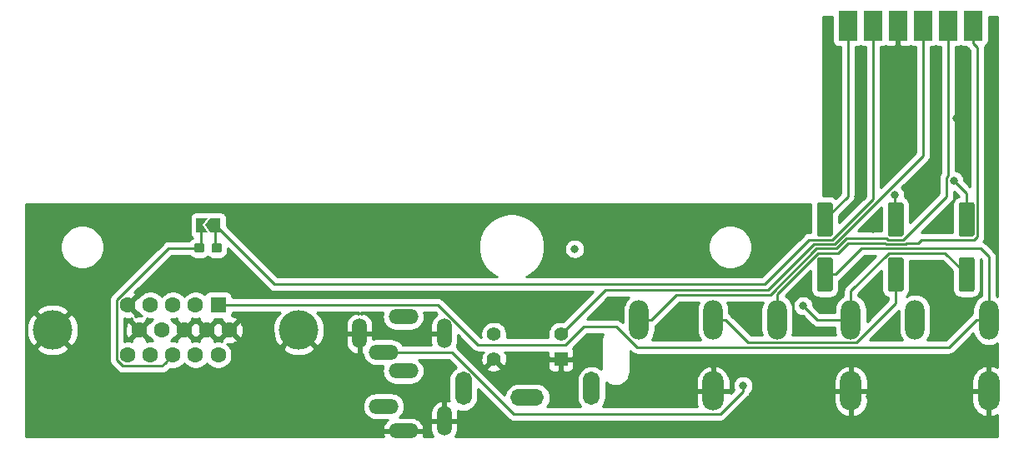
<source format=gtl>
G04 #@! TF.GenerationSoftware,KiCad,Pcbnew,(5.1.0)-1*
G04 #@! TF.CreationDate,2019-07-06T13:04:13-04:00*
G04 #@! TF.ProjectId,snes breakout,736e6573-2062-4726-9561-6b6f75742e6b,rev?*
G04 #@! TF.SameCoordinates,Original*
G04 #@! TF.FileFunction,Copper,L1,Top*
G04 #@! TF.FilePolarity,Positive*
%FSLAX46Y46*%
G04 Gerber Fmt 4.6, Leading zero omitted, Abs format (unit mm)*
G04 Created by KiCad (PCBNEW (5.1.0)-1) date 2019-07-06 13:04:13*
%MOMM*%
%LPD*%
G04 APERTURE LIST*
%ADD10O,2.000000X4.000000*%
%ADD11O,2.200000X4.000000*%
%ADD12C,0.100000*%
%ADD13C,1.600000*%
%ADD14R,1.905000X3.083560*%
%ADD15O,1.700000X3.400000*%
%ADD16O,3.400000X1.700000*%
%ADD17C,1.408000*%
%ADD18R,1.408000X1.408000*%
%ADD19R,1.600000X1.600000*%
%ADD20C,4.000000*%
%ADD21O,3.016000X1.508000*%
%ADD22O,1.508000X3.016000*%
%ADD23C,0.300000*%
%ADD24C,0.950000*%
%ADD25C,0.800000*%
%ADD26C,0.250000*%
%ADD27C,0.254000*%
G04 APERTURE END LIST*
D10*
X168050000Y-57200000D03*
X160550000Y-57200000D03*
X154050000Y-57200000D03*
X146550000Y-57200000D03*
X174550000Y-57200000D03*
X182050000Y-57200000D03*
D11*
X154050000Y-64450000D03*
X168050000Y-64450000D03*
X182050000Y-64450000D03*
D12*
G36*
X165974504Y-45251204D02*
G01*
X165998773Y-45254804D01*
X166022571Y-45260765D01*
X166045671Y-45269030D01*
X166067849Y-45279520D01*
X166088893Y-45292133D01*
X166108598Y-45306747D01*
X166126777Y-45323223D01*
X166143253Y-45341402D01*
X166157867Y-45361107D01*
X166170480Y-45382151D01*
X166180970Y-45404329D01*
X166189235Y-45427429D01*
X166195196Y-45451227D01*
X166198796Y-45475496D01*
X166200000Y-45500000D01*
X166200000Y-48500000D01*
X166198796Y-48524504D01*
X166195196Y-48548773D01*
X166189235Y-48572571D01*
X166180970Y-48595671D01*
X166170480Y-48617849D01*
X166157867Y-48638893D01*
X166143253Y-48658598D01*
X166126777Y-48676777D01*
X166108598Y-48693253D01*
X166088893Y-48707867D01*
X166067849Y-48720480D01*
X166045671Y-48730970D01*
X166022571Y-48739235D01*
X165998773Y-48745196D01*
X165974504Y-48748796D01*
X165950000Y-48750000D01*
X164850000Y-48750000D01*
X164825496Y-48748796D01*
X164801227Y-48745196D01*
X164777429Y-48739235D01*
X164754329Y-48730970D01*
X164732151Y-48720480D01*
X164711107Y-48707867D01*
X164691402Y-48693253D01*
X164673223Y-48676777D01*
X164656747Y-48658598D01*
X164642133Y-48638893D01*
X164629520Y-48617849D01*
X164619030Y-48595671D01*
X164610765Y-48572571D01*
X164604804Y-48548773D01*
X164601204Y-48524504D01*
X164600000Y-48500000D01*
X164600000Y-45500000D01*
X164601204Y-45475496D01*
X164604804Y-45451227D01*
X164610765Y-45427429D01*
X164619030Y-45404329D01*
X164629520Y-45382151D01*
X164642133Y-45361107D01*
X164656747Y-45341402D01*
X164673223Y-45323223D01*
X164691402Y-45306747D01*
X164711107Y-45292133D01*
X164732151Y-45279520D01*
X164754329Y-45269030D01*
X164777429Y-45260765D01*
X164801227Y-45254804D01*
X164825496Y-45251204D01*
X164850000Y-45250000D01*
X165950000Y-45250000D01*
X165974504Y-45251204D01*
X165974504Y-45251204D01*
G37*
D13*
X165400000Y-47000000D03*
D12*
G36*
X165974504Y-50851204D02*
G01*
X165998773Y-50854804D01*
X166022571Y-50860765D01*
X166045671Y-50869030D01*
X166067849Y-50879520D01*
X166088893Y-50892133D01*
X166108598Y-50906747D01*
X166126777Y-50923223D01*
X166143253Y-50941402D01*
X166157867Y-50961107D01*
X166170480Y-50982151D01*
X166180970Y-51004329D01*
X166189235Y-51027429D01*
X166195196Y-51051227D01*
X166198796Y-51075496D01*
X166200000Y-51100000D01*
X166200000Y-54100000D01*
X166198796Y-54124504D01*
X166195196Y-54148773D01*
X166189235Y-54172571D01*
X166180970Y-54195671D01*
X166170480Y-54217849D01*
X166157867Y-54238893D01*
X166143253Y-54258598D01*
X166126777Y-54276777D01*
X166108598Y-54293253D01*
X166088893Y-54307867D01*
X166067849Y-54320480D01*
X166045671Y-54330970D01*
X166022571Y-54339235D01*
X165998773Y-54345196D01*
X165974504Y-54348796D01*
X165950000Y-54350000D01*
X164850000Y-54350000D01*
X164825496Y-54348796D01*
X164801227Y-54345196D01*
X164777429Y-54339235D01*
X164754329Y-54330970D01*
X164732151Y-54320480D01*
X164711107Y-54307867D01*
X164691402Y-54293253D01*
X164673223Y-54276777D01*
X164656747Y-54258598D01*
X164642133Y-54238893D01*
X164629520Y-54217849D01*
X164619030Y-54195671D01*
X164610765Y-54172571D01*
X164604804Y-54148773D01*
X164601204Y-54124504D01*
X164600000Y-54100000D01*
X164600000Y-51100000D01*
X164601204Y-51075496D01*
X164604804Y-51051227D01*
X164610765Y-51027429D01*
X164619030Y-51004329D01*
X164629520Y-50982151D01*
X164642133Y-50961107D01*
X164656747Y-50941402D01*
X164673223Y-50923223D01*
X164691402Y-50906747D01*
X164711107Y-50892133D01*
X164732151Y-50879520D01*
X164754329Y-50869030D01*
X164777429Y-50860765D01*
X164801227Y-50854804D01*
X164825496Y-50851204D01*
X164850000Y-50850000D01*
X165950000Y-50850000D01*
X165974504Y-50851204D01*
X165974504Y-50851204D01*
G37*
D13*
X165400000Y-52600000D03*
D12*
G36*
X173174504Y-50851204D02*
G01*
X173198773Y-50854804D01*
X173222571Y-50860765D01*
X173245671Y-50869030D01*
X173267849Y-50879520D01*
X173288893Y-50892133D01*
X173308598Y-50906747D01*
X173326777Y-50923223D01*
X173343253Y-50941402D01*
X173357867Y-50961107D01*
X173370480Y-50982151D01*
X173380970Y-51004329D01*
X173389235Y-51027429D01*
X173395196Y-51051227D01*
X173398796Y-51075496D01*
X173400000Y-51100000D01*
X173400000Y-54100000D01*
X173398796Y-54124504D01*
X173395196Y-54148773D01*
X173389235Y-54172571D01*
X173380970Y-54195671D01*
X173370480Y-54217849D01*
X173357867Y-54238893D01*
X173343253Y-54258598D01*
X173326777Y-54276777D01*
X173308598Y-54293253D01*
X173288893Y-54307867D01*
X173267849Y-54320480D01*
X173245671Y-54330970D01*
X173222571Y-54339235D01*
X173198773Y-54345196D01*
X173174504Y-54348796D01*
X173150000Y-54350000D01*
X172050000Y-54350000D01*
X172025496Y-54348796D01*
X172001227Y-54345196D01*
X171977429Y-54339235D01*
X171954329Y-54330970D01*
X171932151Y-54320480D01*
X171911107Y-54307867D01*
X171891402Y-54293253D01*
X171873223Y-54276777D01*
X171856747Y-54258598D01*
X171842133Y-54238893D01*
X171829520Y-54217849D01*
X171819030Y-54195671D01*
X171810765Y-54172571D01*
X171804804Y-54148773D01*
X171801204Y-54124504D01*
X171800000Y-54100000D01*
X171800000Y-51100000D01*
X171801204Y-51075496D01*
X171804804Y-51051227D01*
X171810765Y-51027429D01*
X171819030Y-51004329D01*
X171829520Y-50982151D01*
X171842133Y-50961107D01*
X171856747Y-50941402D01*
X171873223Y-50923223D01*
X171891402Y-50906747D01*
X171911107Y-50892133D01*
X171932151Y-50879520D01*
X171954329Y-50869030D01*
X171977429Y-50860765D01*
X172001227Y-50854804D01*
X172025496Y-50851204D01*
X172050000Y-50850000D01*
X173150000Y-50850000D01*
X173174504Y-50851204D01*
X173174504Y-50851204D01*
G37*
D13*
X172600000Y-52600000D03*
D12*
G36*
X173174504Y-45251204D02*
G01*
X173198773Y-45254804D01*
X173222571Y-45260765D01*
X173245671Y-45269030D01*
X173267849Y-45279520D01*
X173288893Y-45292133D01*
X173308598Y-45306747D01*
X173326777Y-45323223D01*
X173343253Y-45341402D01*
X173357867Y-45361107D01*
X173370480Y-45382151D01*
X173380970Y-45404329D01*
X173389235Y-45427429D01*
X173395196Y-45451227D01*
X173398796Y-45475496D01*
X173400000Y-45500000D01*
X173400000Y-48500000D01*
X173398796Y-48524504D01*
X173395196Y-48548773D01*
X173389235Y-48572571D01*
X173380970Y-48595671D01*
X173370480Y-48617849D01*
X173357867Y-48638893D01*
X173343253Y-48658598D01*
X173326777Y-48676777D01*
X173308598Y-48693253D01*
X173288893Y-48707867D01*
X173267849Y-48720480D01*
X173245671Y-48730970D01*
X173222571Y-48739235D01*
X173198773Y-48745196D01*
X173174504Y-48748796D01*
X173150000Y-48750000D01*
X172050000Y-48750000D01*
X172025496Y-48748796D01*
X172001227Y-48745196D01*
X171977429Y-48739235D01*
X171954329Y-48730970D01*
X171932151Y-48720480D01*
X171911107Y-48707867D01*
X171891402Y-48693253D01*
X171873223Y-48676777D01*
X171856747Y-48658598D01*
X171842133Y-48638893D01*
X171829520Y-48617849D01*
X171819030Y-48595671D01*
X171810765Y-48572571D01*
X171804804Y-48548773D01*
X171801204Y-48524504D01*
X171800000Y-48500000D01*
X171800000Y-45500000D01*
X171801204Y-45475496D01*
X171804804Y-45451227D01*
X171810765Y-45427429D01*
X171819030Y-45404329D01*
X171829520Y-45382151D01*
X171842133Y-45361107D01*
X171856747Y-45341402D01*
X171873223Y-45323223D01*
X171891402Y-45306747D01*
X171911107Y-45292133D01*
X171932151Y-45279520D01*
X171954329Y-45269030D01*
X171977429Y-45260765D01*
X172001227Y-45254804D01*
X172025496Y-45251204D01*
X172050000Y-45250000D01*
X173150000Y-45250000D01*
X173174504Y-45251204D01*
X173174504Y-45251204D01*
G37*
D13*
X172600000Y-47000000D03*
D12*
G36*
X180374504Y-45251204D02*
G01*
X180398773Y-45254804D01*
X180422571Y-45260765D01*
X180445671Y-45269030D01*
X180467849Y-45279520D01*
X180488893Y-45292133D01*
X180508598Y-45306747D01*
X180526777Y-45323223D01*
X180543253Y-45341402D01*
X180557867Y-45361107D01*
X180570480Y-45382151D01*
X180580970Y-45404329D01*
X180589235Y-45427429D01*
X180595196Y-45451227D01*
X180598796Y-45475496D01*
X180600000Y-45500000D01*
X180600000Y-48500000D01*
X180598796Y-48524504D01*
X180595196Y-48548773D01*
X180589235Y-48572571D01*
X180580970Y-48595671D01*
X180570480Y-48617849D01*
X180557867Y-48638893D01*
X180543253Y-48658598D01*
X180526777Y-48676777D01*
X180508598Y-48693253D01*
X180488893Y-48707867D01*
X180467849Y-48720480D01*
X180445671Y-48730970D01*
X180422571Y-48739235D01*
X180398773Y-48745196D01*
X180374504Y-48748796D01*
X180350000Y-48750000D01*
X179250000Y-48750000D01*
X179225496Y-48748796D01*
X179201227Y-48745196D01*
X179177429Y-48739235D01*
X179154329Y-48730970D01*
X179132151Y-48720480D01*
X179111107Y-48707867D01*
X179091402Y-48693253D01*
X179073223Y-48676777D01*
X179056747Y-48658598D01*
X179042133Y-48638893D01*
X179029520Y-48617849D01*
X179019030Y-48595671D01*
X179010765Y-48572571D01*
X179004804Y-48548773D01*
X179001204Y-48524504D01*
X179000000Y-48500000D01*
X179000000Y-45500000D01*
X179001204Y-45475496D01*
X179004804Y-45451227D01*
X179010765Y-45427429D01*
X179019030Y-45404329D01*
X179029520Y-45382151D01*
X179042133Y-45361107D01*
X179056747Y-45341402D01*
X179073223Y-45323223D01*
X179091402Y-45306747D01*
X179111107Y-45292133D01*
X179132151Y-45279520D01*
X179154329Y-45269030D01*
X179177429Y-45260765D01*
X179201227Y-45254804D01*
X179225496Y-45251204D01*
X179250000Y-45250000D01*
X180350000Y-45250000D01*
X180374504Y-45251204D01*
X180374504Y-45251204D01*
G37*
D13*
X179800000Y-47000000D03*
D12*
G36*
X180374504Y-50851204D02*
G01*
X180398773Y-50854804D01*
X180422571Y-50860765D01*
X180445671Y-50869030D01*
X180467849Y-50879520D01*
X180488893Y-50892133D01*
X180508598Y-50906747D01*
X180526777Y-50923223D01*
X180543253Y-50941402D01*
X180557867Y-50961107D01*
X180570480Y-50982151D01*
X180580970Y-51004329D01*
X180589235Y-51027429D01*
X180595196Y-51051227D01*
X180598796Y-51075496D01*
X180600000Y-51100000D01*
X180600000Y-54100000D01*
X180598796Y-54124504D01*
X180595196Y-54148773D01*
X180589235Y-54172571D01*
X180580970Y-54195671D01*
X180570480Y-54217849D01*
X180557867Y-54238893D01*
X180543253Y-54258598D01*
X180526777Y-54276777D01*
X180508598Y-54293253D01*
X180488893Y-54307867D01*
X180467849Y-54320480D01*
X180445671Y-54330970D01*
X180422571Y-54339235D01*
X180398773Y-54345196D01*
X180374504Y-54348796D01*
X180350000Y-54350000D01*
X179250000Y-54350000D01*
X179225496Y-54348796D01*
X179201227Y-54345196D01*
X179177429Y-54339235D01*
X179154329Y-54330970D01*
X179132151Y-54320480D01*
X179111107Y-54307867D01*
X179091402Y-54293253D01*
X179073223Y-54276777D01*
X179056747Y-54258598D01*
X179042133Y-54238893D01*
X179029520Y-54217849D01*
X179019030Y-54195671D01*
X179010765Y-54172571D01*
X179004804Y-54148773D01*
X179001204Y-54124504D01*
X179000000Y-54100000D01*
X179000000Y-51100000D01*
X179001204Y-51075496D01*
X179004804Y-51051227D01*
X179010765Y-51027429D01*
X179019030Y-51004329D01*
X179029520Y-50982151D01*
X179042133Y-50961107D01*
X179056747Y-50941402D01*
X179073223Y-50923223D01*
X179091402Y-50906747D01*
X179111107Y-50892133D01*
X179132151Y-50879520D01*
X179154329Y-50869030D01*
X179177429Y-50860765D01*
X179201227Y-50854804D01*
X179225496Y-50851204D01*
X179250000Y-50850000D01*
X180350000Y-50850000D01*
X180374504Y-50851204D01*
X180374504Y-50851204D01*
G37*
D13*
X179800000Y-52600000D03*
D14*
X167750000Y-27300000D03*
X170290000Y-27300000D03*
X172830000Y-27300000D03*
X175370000Y-27300000D03*
X177910000Y-27300000D03*
X180450000Y-27300000D03*
D15*
X141700000Y-64200000D03*
D16*
X135200000Y-65100000D03*
D15*
X128700000Y-64200000D03*
D17*
X138600000Y-58700000D03*
D18*
X138600000Y-61200000D03*
D17*
X131800000Y-61200000D03*
X131800000Y-58700000D03*
D19*
X103800000Y-55700000D03*
D13*
X101510000Y-55700000D03*
X99220000Y-55700000D03*
X96930000Y-55700000D03*
X94640000Y-55700000D03*
X104945000Y-58240000D03*
X102655000Y-58240000D03*
X100365000Y-58240000D03*
X98075000Y-58240000D03*
X95785000Y-58240000D03*
X103800000Y-60780000D03*
X101510000Y-60780000D03*
X99220000Y-60780000D03*
X96930000Y-60780000D03*
X94640000Y-60780000D03*
D20*
X86985000Y-58240000D03*
X111985000Y-58240000D03*
D21*
X120600000Y-60500000D03*
X120600000Y-66000000D03*
X122600000Y-68500000D03*
X122600000Y-62400000D03*
X122600000Y-56900000D03*
D22*
X118150000Y-58600000D03*
X126750000Y-58600000D03*
X126750000Y-67500000D03*
D23*
X102075000Y-47600000D03*
D12*
G36*
X101575000Y-46850000D02*
G01*
X102725000Y-46850000D01*
X102225000Y-47600000D01*
X102725000Y-48350000D01*
X101575000Y-48350000D01*
X101575000Y-46850000D01*
X101575000Y-46850000D01*
G37*
D23*
X103525000Y-47600000D03*
D12*
G36*
X102525000Y-47600000D02*
G01*
X103025000Y-46850000D01*
X104025000Y-46850000D01*
X104025000Y-48350000D01*
X103025000Y-48350000D01*
X102525000Y-47600000D01*
X102525000Y-47600000D01*
G37*
G36*
X102210779Y-49426144D02*
G01*
X102233834Y-49429563D01*
X102256443Y-49435227D01*
X102278387Y-49443079D01*
X102299457Y-49453044D01*
X102319448Y-49465026D01*
X102338168Y-49478910D01*
X102355438Y-49494562D01*
X102371090Y-49511832D01*
X102384974Y-49530552D01*
X102396956Y-49550543D01*
X102406921Y-49571613D01*
X102414773Y-49593557D01*
X102420437Y-49616166D01*
X102423856Y-49639221D01*
X102425000Y-49662500D01*
X102425000Y-50137500D01*
X102423856Y-50160779D01*
X102420437Y-50183834D01*
X102414773Y-50206443D01*
X102406921Y-50228387D01*
X102396956Y-50249457D01*
X102384974Y-50269448D01*
X102371090Y-50288168D01*
X102355438Y-50305438D01*
X102338168Y-50321090D01*
X102319448Y-50334974D01*
X102299457Y-50346956D01*
X102278387Y-50356921D01*
X102256443Y-50364773D01*
X102233834Y-50370437D01*
X102210779Y-50373856D01*
X102187500Y-50375000D01*
X101612500Y-50375000D01*
X101589221Y-50373856D01*
X101566166Y-50370437D01*
X101543557Y-50364773D01*
X101521613Y-50356921D01*
X101500543Y-50346956D01*
X101480552Y-50334974D01*
X101461832Y-50321090D01*
X101444562Y-50305438D01*
X101428910Y-50288168D01*
X101415026Y-50269448D01*
X101403044Y-50249457D01*
X101393079Y-50228387D01*
X101385227Y-50206443D01*
X101379563Y-50183834D01*
X101376144Y-50160779D01*
X101375000Y-50137500D01*
X101375000Y-49662500D01*
X101376144Y-49639221D01*
X101379563Y-49616166D01*
X101385227Y-49593557D01*
X101393079Y-49571613D01*
X101403044Y-49550543D01*
X101415026Y-49530552D01*
X101428910Y-49511832D01*
X101444562Y-49494562D01*
X101461832Y-49478910D01*
X101480552Y-49465026D01*
X101500543Y-49453044D01*
X101521613Y-49443079D01*
X101543557Y-49435227D01*
X101566166Y-49429563D01*
X101589221Y-49426144D01*
X101612500Y-49425000D01*
X102187500Y-49425000D01*
X102210779Y-49426144D01*
X102210779Y-49426144D01*
G37*
D24*
X101900000Y-49900000D03*
D12*
G36*
X103960779Y-49426144D02*
G01*
X103983834Y-49429563D01*
X104006443Y-49435227D01*
X104028387Y-49443079D01*
X104049457Y-49453044D01*
X104069448Y-49465026D01*
X104088168Y-49478910D01*
X104105438Y-49494562D01*
X104121090Y-49511832D01*
X104134974Y-49530552D01*
X104146956Y-49550543D01*
X104156921Y-49571613D01*
X104164773Y-49593557D01*
X104170437Y-49616166D01*
X104173856Y-49639221D01*
X104175000Y-49662500D01*
X104175000Y-50137500D01*
X104173856Y-50160779D01*
X104170437Y-50183834D01*
X104164773Y-50206443D01*
X104156921Y-50228387D01*
X104146956Y-50249457D01*
X104134974Y-50269448D01*
X104121090Y-50288168D01*
X104105438Y-50305438D01*
X104088168Y-50321090D01*
X104069448Y-50334974D01*
X104049457Y-50346956D01*
X104028387Y-50356921D01*
X104006443Y-50364773D01*
X103983834Y-50370437D01*
X103960779Y-50373856D01*
X103937500Y-50375000D01*
X103362500Y-50375000D01*
X103339221Y-50373856D01*
X103316166Y-50370437D01*
X103293557Y-50364773D01*
X103271613Y-50356921D01*
X103250543Y-50346956D01*
X103230552Y-50334974D01*
X103211832Y-50321090D01*
X103194562Y-50305438D01*
X103178910Y-50288168D01*
X103165026Y-50269448D01*
X103153044Y-50249457D01*
X103143079Y-50228387D01*
X103135227Y-50206443D01*
X103129563Y-50183834D01*
X103126144Y-50160779D01*
X103125000Y-50137500D01*
X103125000Y-49662500D01*
X103126144Y-49639221D01*
X103129563Y-49616166D01*
X103135227Y-49593557D01*
X103143079Y-49571613D01*
X103153044Y-49550543D01*
X103165026Y-49530552D01*
X103178910Y-49511832D01*
X103194562Y-49494562D01*
X103211832Y-49478910D01*
X103230552Y-49465026D01*
X103250543Y-49453044D01*
X103271613Y-49443079D01*
X103293557Y-49435227D01*
X103316166Y-49429563D01*
X103339221Y-49426144D01*
X103362500Y-49425000D01*
X103937500Y-49425000D01*
X103960779Y-49426144D01*
X103960779Y-49426144D01*
G37*
D24*
X103650000Y-49900000D03*
D25*
X172500000Y-44500000D03*
X178505238Y-43069442D03*
X163200000Y-55800000D03*
X143600000Y-56300000D03*
X150000000Y-58000000D03*
X157600000Y-57100000D03*
X163500000Y-53700000D03*
X166000000Y-58500000D03*
X170700000Y-55400000D03*
X172300000Y-58500000D03*
X178700000Y-56800000D03*
X182400000Y-49100000D03*
X177500000Y-47600000D03*
X175000000Y-43700000D03*
X170300000Y-48000000D03*
X168800000Y-44700000D03*
X169100000Y-36600000D03*
X172400000Y-39100000D03*
X166300000Y-35900000D03*
X178800000Y-36700000D03*
X179300000Y-30500000D03*
X85000000Y-65000000D03*
X90000000Y-65000000D03*
X95000000Y-65000000D03*
X100000000Y-65000000D03*
X105000000Y-65000000D03*
X110000000Y-65000000D03*
X115000000Y-65000000D03*
X85000000Y-55000000D03*
X90000000Y-55000000D03*
X95000000Y-50000000D03*
X85000000Y-50000000D03*
X110000000Y-50000000D03*
X115000000Y-50000000D03*
X120000000Y-50000000D03*
X125000000Y-50000000D03*
X140000000Y-50000000D03*
X145000000Y-50000000D03*
X150000000Y-50000000D03*
X160000000Y-50000000D03*
X125000000Y-65000000D03*
X145000000Y-65000000D03*
X150000000Y-65000000D03*
X160000000Y-65000000D03*
X165000000Y-65000000D03*
X170000000Y-65000000D03*
X175000000Y-65000000D03*
X180000000Y-65000000D03*
X157100000Y-63900000D03*
D26*
X167750000Y-44650000D02*
X165400000Y-47000000D01*
X167750000Y-27300000D02*
X167750000Y-44650000D01*
X169124969Y-49975031D02*
X181224969Y-49975031D01*
X165400000Y-52600000D02*
X166500000Y-52600000D01*
X166500000Y-52600000D02*
X169124969Y-49975031D01*
X182050000Y-50800062D02*
X182050000Y-57200000D01*
X181224969Y-49975031D02*
X182050000Y-50800062D01*
X104850000Y-55700000D02*
X103800000Y-55700000D01*
X126129950Y-55700000D02*
X104850000Y-55700000D01*
X180800000Y-57200000D02*
X178024980Y-59975020D01*
X182050000Y-57200000D02*
X180800000Y-57200000D01*
X130158951Y-59729001D02*
X126129950Y-55700000D01*
X146336735Y-59975020D02*
X144261715Y-57900000D01*
X178024980Y-59975020D02*
X146336735Y-59975020D01*
X144261715Y-57900000D02*
X140922922Y-57900000D01*
X139093921Y-59729001D02*
X130158951Y-59729001D01*
X140922922Y-57900000D02*
X139093921Y-59729001D01*
X172600000Y-55523847D02*
X168598837Y-59525010D01*
X172600000Y-52600000D02*
X172600000Y-55523847D01*
X155300000Y-57200000D02*
X154050000Y-57200000D01*
X168598837Y-59525010D02*
X157625010Y-59525010D01*
X157625010Y-59525010D02*
X155300000Y-57200000D01*
X172500000Y-46900000D02*
X172600000Y-47000000D01*
X172500000Y-44500000D02*
X172500000Y-46900000D01*
X179800000Y-47000000D02*
X179800000Y-44364204D01*
X178905237Y-43469441D02*
X178505238Y-43069442D01*
X179800000Y-44364204D02*
X178905237Y-43469441D01*
X168050000Y-54950000D02*
X168050000Y-57200000D01*
X168050000Y-54286810D02*
X168050000Y-54950000D01*
X171911769Y-50425041D02*
X168050000Y-54286810D01*
X177625041Y-50425041D02*
X171911769Y-50425041D01*
X179800000Y-52600000D02*
X177625041Y-50425041D01*
X168050000Y-57200000D02*
X168050000Y-57850000D01*
X168050000Y-57200000D02*
X164600000Y-57200000D01*
X164600000Y-57200000D02*
X163200000Y-55800000D01*
X104095710Y-48170710D02*
X103525000Y-47600000D01*
X170290000Y-44973190D02*
X166188180Y-49075010D01*
X170290000Y-27300000D02*
X170290000Y-44973190D01*
X166188180Y-49075010D02*
X163824990Y-49075010D01*
X163824990Y-49075010D02*
X159300000Y-53600000D01*
X159300000Y-53600000D02*
X109525000Y-53600000D01*
X109525000Y-53600000D02*
X104095710Y-48170710D01*
X103650000Y-49900000D02*
X103800000Y-49900000D01*
X103525000Y-47600000D02*
X103525000Y-49775000D01*
X103525000Y-49775000D02*
X103650000Y-49900000D01*
X164274979Y-49525021D02*
X159600000Y-54200000D01*
X139303999Y-57996001D02*
X138600000Y-58700000D01*
X159600000Y-54200000D02*
X143100000Y-54200000D01*
X175370000Y-27300000D02*
X175370000Y-40529600D01*
X175370000Y-40529600D02*
X166374580Y-49525021D01*
X143100000Y-54200000D02*
X139303999Y-57996001D01*
X166374580Y-49525021D02*
X164274979Y-49525021D01*
X171686799Y-48949989D02*
X167586022Y-48949989D01*
X177910000Y-42591676D02*
X177780236Y-42721440D01*
X167586022Y-48949989D02*
X166560980Y-49975031D01*
X150349989Y-54650011D02*
X147800000Y-57200000D01*
X166560980Y-49975031D02*
X164525369Y-49975031D01*
X164525369Y-49975031D02*
X159850389Y-54650011D01*
X159850389Y-54650011D02*
X150349989Y-54650011D01*
X173388180Y-49075010D02*
X171811820Y-49075010D01*
X177780236Y-44682954D02*
X173388180Y-49075010D01*
X177780236Y-42721440D02*
X177780236Y-44682954D01*
X147800000Y-57200000D02*
X146550000Y-57200000D01*
X177910000Y-27300000D02*
X177910000Y-42591676D01*
X171811820Y-49075010D02*
X171686799Y-48949989D01*
X160550000Y-54586810D02*
X160550000Y-54950000D01*
X164711769Y-50425042D02*
X160550000Y-54586810D01*
X166747380Y-50425042D02*
X164711769Y-50425042D01*
X171500399Y-49400000D02*
X167772422Y-49400000D01*
X171625420Y-49525021D02*
X171500399Y-49400000D01*
X167772422Y-49400000D02*
X166747380Y-50425042D01*
X173574580Y-49525021D02*
X171625420Y-49525021D01*
X173699601Y-49400000D02*
X173574580Y-49525021D01*
X174872821Y-49400000D02*
X173699601Y-49400000D01*
X175172821Y-49100000D02*
X174872821Y-49400000D01*
X160550000Y-54950000D02*
X160550000Y-57200000D01*
X180925010Y-29566790D02*
X180925010Y-48738180D01*
X180450000Y-29091780D02*
X180925010Y-29566790D01*
X180450000Y-27300000D02*
X180450000Y-29091780D01*
X180563190Y-49100000D02*
X175172821Y-49100000D01*
X180925010Y-48738180D02*
X180563190Y-49100000D01*
X133786725Y-66775010D02*
X154790675Y-66775010D01*
X120600000Y-60500000D02*
X127511715Y-60500000D01*
X154790675Y-66775010D02*
X157100000Y-64465685D01*
X157100000Y-64465685D02*
X157100000Y-63900000D01*
X127511715Y-60500000D02*
X133786725Y-66775010D01*
X98420001Y-61579999D02*
X99220000Y-60780000D01*
X94099999Y-61905001D02*
X98094999Y-61905001D01*
X102075000Y-49725000D02*
X101900000Y-49900000D01*
X102075000Y-47600000D02*
X102075000Y-49725000D01*
X98094999Y-61905001D02*
X98420001Y-61579999D01*
X101900000Y-49900000D02*
X98774998Y-49900000D01*
X98774998Y-49900000D02*
X93514999Y-55159999D01*
X93514999Y-55159999D02*
X93514999Y-61320001D01*
X93514999Y-61320001D02*
X94099999Y-61905001D01*
D27*
G36*
X163961928Y-45500000D02*
G01*
X163961928Y-48315010D01*
X163862312Y-48315010D01*
X163824989Y-48311334D01*
X163787666Y-48315010D01*
X163787657Y-48315010D01*
X163676004Y-48326007D01*
X163532743Y-48369464D01*
X163400714Y-48440036D01*
X163284989Y-48535009D01*
X163261191Y-48564007D01*
X158985199Y-52840000D01*
X135106222Y-52840000D01*
X135203399Y-52799748D01*
X135757812Y-52429302D01*
X136229302Y-51957812D01*
X136599748Y-51403399D01*
X136854917Y-50787368D01*
X136985000Y-50133393D01*
X136985000Y-49898061D01*
X138965000Y-49898061D01*
X138965000Y-50101939D01*
X139004774Y-50301898D01*
X139082795Y-50490256D01*
X139196063Y-50659774D01*
X139340226Y-50803937D01*
X139509744Y-50917205D01*
X139698102Y-50995226D01*
X139898061Y-51035000D01*
X140101939Y-51035000D01*
X140301898Y-50995226D01*
X140490256Y-50917205D01*
X140659774Y-50803937D01*
X140803937Y-50659774D01*
X140917205Y-50490256D01*
X140995226Y-50301898D01*
X141035000Y-50101939D01*
X141035000Y-49898061D01*
X140995226Y-49698102D01*
X140946254Y-49579872D01*
X153565000Y-49579872D01*
X153565000Y-50020128D01*
X153650890Y-50451925D01*
X153819369Y-50858669D01*
X154063962Y-51224729D01*
X154375271Y-51536038D01*
X154741331Y-51780631D01*
X155148075Y-51949110D01*
X155579872Y-52035000D01*
X156020128Y-52035000D01*
X156451925Y-51949110D01*
X156858669Y-51780631D01*
X157224729Y-51536038D01*
X157536038Y-51224729D01*
X157780631Y-50858669D01*
X157949110Y-50451925D01*
X158035000Y-50020128D01*
X158035000Y-49579872D01*
X157949110Y-49148075D01*
X157780631Y-48741331D01*
X157536038Y-48375271D01*
X157224729Y-48063962D01*
X156858669Y-47819369D01*
X156451925Y-47650890D01*
X156020128Y-47565000D01*
X155579872Y-47565000D01*
X155148075Y-47650890D01*
X154741331Y-47819369D01*
X154375271Y-48063962D01*
X154063962Y-48375271D01*
X153819369Y-48741331D01*
X153650890Y-49148075D01*
X153565000Y-49579872D01*
X140946254Y-49579872D01*
X140917205Y-49509744D01*
X140803937Y-49340226D01*
X140659774Y-49196063D01*
X140490256Y-49082795D01*
X140301898Y-49004774D01*
X140101939Y-48965000D01*
X139898061Y-48965000D01*
X139698102Y-49004774D01*
X139509744Y-49082795D01*
X139340226Y-49196063D01*
X139196063Y-49340226D01*
X139082795Y-49509744D01*
X139004774Y-49698102D01*
X138965000Y-49898061D01*
X136985000Y-49898061D01*
X136985000Y-49466607D01*
X136854917Y-48812632D01*
X136599748Y-48196601D01*
X136229302Y-47642188D01*
X135757812Y-47170698D01*
X135203399Y-46800252D01*
X134587368Y-46545083D01*
X133933393Y-46415000D01*
X133266607Y-46415000D01*
X132612632Y-46545083D01*
X131996601Y-46800252D01*
X131442188Y-47170698D01*
X130970698Y-47642188D01*
X130600252Y-48196601D01*
X130345083Y-48812632D01*
X130215000Y-49466607D01*
X130215000Y-50133393D01*
X130345083Y-50787368D01*
X130600252Y-51403399D01*
X130970698Y-51957812D01*
X131442188Y-52429302D01*
X131996601Y-52799748D01*
X132093778Y-52840000D01*
X109839802Y-52840000D01*
X104663072Y-47663271D01*
X104663072Y-46850000D01*
X104650812Y-46725518D01*
X104614502Y-46605820D01*
X104555537Y-46495506D01*
X104476185Y-46398815D01*
X104379494Y-46319463D01*
X104269180Y-46260498D01*
X104149482Y-46224188D01*
X104025000Y-46211928D01*
X103025000Y-46211928D01*
X102899864Y-46224319D01*
X102874936Y-46231909D01*
X102849482Y-46224188D01*
X102725000Y-46211928D01*
X101575000Y-46211928D01*
X101450518Y-46224188D01*
X101330820Y-46260498D01*
X101220506Y-46319463D01*
X101123815Y-46398815D01*
X101044463Y-46495506D01*
X100985498Y-46605820D01*
X100949188Y-46725518D01*
X100936928Y-46850000D01*
X100936928Y-48350000D01*
X100949188Y-48474482D01*
X100985498Y-48594180D01*
X101044463Y-48704494D01*
X101123815Y-48801185D01*
X101220506Y-48880537D01*
X101223750Y-48882271D01*
X101126058Y-48934488D01*
X100993377Y-49043377D01*
X100914080Y-49140000D01*
X98812321Y-49140000D01*
X98774998Y-49136324D01*
X98737675Y-49140000D01*
X98737665Y-49140000D01*
X98626012Y-49150997D01*
X98482751Y-49194454D01*
X98350721Y-49265026D01*
X98283161Y-49320472D01*
X98234997Y-49359999D01*
X98211199Y-49388997D01*
X93004002Y-54596195D01*
X92974998Y-54619998D01*
X92945600Y-54655820D01*
X92880025Y-54735723D01*
X92843116Y-54804774D01*
X92809453Y-54867753D01*
X92765996Y-55011014D01*
X92754999Y-55122667D01*
X92754999Y-55122677D01*
X92751323Y-55159999D01*
X92754999Y-55197322D01*
X92755000Y-61282669D01*
X92751323Y-61320001D01*
X92755000Y-61357334D01*
X92765997Y-61468987D01*
X92769558Y-61480725D01*
X92809453Y-61612247D01*
X92880025Y-61744277D01*
X92951200Y-61831003D01*
X92974999Y-61860002D01*
X93003997Y-61883800D01*
X93536199Y-62416003D01*
X93559998Y-62445002D01*
X93588996Y-62468800D01*
X93675722Y-62539975D01*
X93807752Y-62610547D01*
X93951013Y-62654004D01*
X94062666Y-62665001D01*
X94062676Y-62665001D01*
X94099999Y-62668677D01*
X94137322Y-62665001D01*
X98057677Y-62665001D01*
X98094999Y-62668677D01*
X98132321Y-62665001D01*
X98132332Y-62665001D01*
X98243985Y-62654004D01*
X98387246Y-62610547D01*
X98519275Y-62539975D01*
X98635000Y-62445002D01*
X98658803Y-62415998D01*
X98896113Y-62178688D01*
X99078665Y-62215000D01*
X99361335Y-62215000D01*
X99638574Y-62159853D01*
X99899727Y-62051680D01*
X100134759Y-61894637D01*
X100334637Y-61694759D01*
X100365000Y-61649317D01*
X100395363Y-61694759D01*
X100595241Y-61894637D01*
X100830273Y-62051680D01*
X101091426Y-62159853D01*
X101368665Y-62215000D01*
X101651335Y-62215000D01*
X101928574Y-62159853D01*
X102189727Y-62051680D01*
X102424759Y-61894637D01*
X102624637Y-61694759D01*
X102655000Y-61649317D01*
X102685363Y-61694759D01*
X102885241Y-61894637D01*
X103120273Y-62051680D01*
X103381426Y-62159853D01*
X103658665Y-62215000D01*
X103941335Y-62215000D01*
X104218574Y-62159853D01*
X104479727Y-62051680D01*
X104714759Y-61894637D01*
X104914637Y-61694759D01*
X105071680Y-61459727D01*
X105179853Y-61198574D01*
X105235000Y-60921335D01*
X105235000Y-60638665D01*
X105179853Y-60361426D01*
X105071680Y-60100273D01*
X105063145Y-60087499D01*
X110317106Y-60087499D01*
X110533228Y-60454258D01*
X110993105Y-60694938D01*
X111491098Y-60841275D01*
X112008071Y-60887648D01*
X112524159Y-60832273D01*
X113019526Y-60677279D01*
X113436772Y-60454258D01*
X113652894Y-60087499D01*
X111985000Y-58419605D01*
X110317106Y-60087499D01*
X105063145Y-60087499D01*
X104914637Y-59865241D01*
X104714759Y-59665363D01*
X104705941Y-59659471D01*
X104733184Y-59666300D01*
X105015512Y-59680217D01*
X105295130Y-59638787D01*
X105561292Y-59543603D01*
X105686514Y-59476671D01*
X105758097Y-59232702D01*
X104945000Y-58419605D01*
X104131903Y-59232702D01*
X104178706Y-59392217D01*
X103941335Y-59345000D01*
X103658665Y-59345000D01*
X103421294Y-59392217D01*
X103468097Y-59232702D01*
X102655000Y-58419605D01*
X101841903Y-59232702D01*
X101888706Y-59392217D01*
X101651335Y-59345000D01*
X101368665Y-59345000D01*
X101131294Y-59392217D01*
X101178097Y-59232702D01*
X100365000Y-58419605D01*
X99551903Y-59232702D01*
X99598706Y-59392217D01*
X99361335Y-59345000D01*
X99078665Y-59345000D01*
X98972609Y-59366096D01*
X98989759Y-59354637D01*
X99189637Y-59154759D01*
X99276372Y-59024951D01*
X99372298Y-59053097D01*
X100185395Y-58240000D01*
X100544605Y-58240000D01*
X101357702Y-59053097D01*
X101510000Y-59008411D01*
X101662298Y-59053097D01*
X102475395Y-58240000D01*
X102834605Y-58240000D01*
X103647702Y-59053097D01*
X103800000Y-59008411D01*
X103952298Y-59053097D01*
X104765395Y-58240000D01*
X105124605Y-58240000D01*
X105937702Y-59053097D01*
X106181671Y-58981514D01*
X106302571Y-58726004D01*
X106371300Y-58451816D01*
X106385217Y-58169488D01*
X106343787Y-57889870D01*
X106248603Y-57623708D01*
X106181671Y-57498486D01*
X105937702Y-57426903D01*
X105124605Y-58240000D01*
X104765395Y-58240000D01*
X103952298Y-57426903D01*
X103800000Y-57471589D01*
X103647702Y-57426903D01*
X102834605Y-58240000D01*
X102475395Y-58240000D01*
X101662298Y-57426903D01*
X101510000Y-57471589D01*
X101357702Y-57426903D01*
X100544605Y-58240000D01*
X100185395Y-58240000D01*
X99372298Y-57426903D01*
X99276372Y-57455049D01*
X99189637Y-57325241D01*
X98989759Y-57125363D01*
X98972609Y-57113904D01*
X99078665Y-57135000D01*
X99361335Y-57135000D01*
X99598706Y-57087783D01*
X99551903Y-57247298D01*
X100365000Y-58060395D01*
X101178097Y-57247298D01*
X101131294Y-57087783D01*
X101368665Y-57135000D01*
X101651335Y-57135000D01*
X101888706Y-57087783D01*
X101841903Y-57247298D01*
X102655000Y-58060395D01*
X103468097Y-57247298D01*
X103436049Y-57138072D01*
X104163951Y-57138072D01*
X104131903Y-57247298D01*
X104945000Y-58060395D01*
X105758097Y-57247298D01*
X105686514Y-57003329D01*
X105431004Y-56882429D01*
X105156816Y-56813700D01*
X105152457Y-56813485D01*
X105189502Y-56744180D01*
X105225812Y-56624482D01*
X105238072Y-56500000D01*
X105238072Y-56460000D01*
X110025392Y-56460000D01*
X110137499Y-56572107D01*
X109770742Y-56788228D01*
X109530062Y-57248105D01*
X109383725Y-57746098D01*
X109337352Y-58263071D01*
X109392727Y-58779159D01*
X109547721Y-59274526D01*
X109770742Y-59691772D01*
X110137501Y-59907894D01*
X111805395Y-58240000D01*
X111791253Y-58225858D01*
X111970858Y-58046253D01*
X111985000Y-58060395D01*
X111999143Y-58046253D01*
X112178748Y-58225858D01*
X112164605Y-58240000D01*
X113832499Y-59907894D01*
X114199258Y-59691772D01*
X114439938Y-59231895D01*
X114586275Y-58733902D01*
X114586894Y-58727000D01*
X116761000Y-58727000D01*
X116761000Y-59481000D01*
X116812466Y-59749540D01*
X116915332Y-60002880D01*
X117065646Y-60231284D01*
X117257631Y-60425974D01*
X117483909Y-60579469D01*
X117735785Y-60685870D01*
X117808186Y-60700286D01*
X118023000Y-60577677D01*
X118023000Y-58727000D01*
X116761000Y-58727000D01*
X114586894Y-58727000D01*
X114632648Y-58216929D01*
X114577273Y-57700841D01*
X114422279Y-57205474D01*
X114199258Y-56788228D01*
X113832501Y-56572107D01*
X113944608Y-56460000D01*
X118022998Y-56460000D01*
X118022998Y-56622322D01*
X117808186Y-56499714D01*
X117735785Y-56514130D01*
X117483909Y-56620531D01*
X117257631Y-56774026D01*
X117065646Y-56968716D01*
X116915332Y-57197120D01*
X116812466Y-57450460D01*
X116761000Y-57719000D01*
X116761000Y-58473000D01*
X118023000Y-58473000D01*
X118023000Y-58453000D01*
X118277000Y-58453000D01*
X118277000Y-58473000D01*
X119539000Y-58473000D01*
X119539000Y-57719000D01*
X119487534Y-57450460D01*
X119384668Y-57197120D01*
X119234354Y-56968716D01*
X119042369Y-56774026D01*
X118816091Y-56620531D01*
X118564215Y-56514130D01*
X118491814Y-56499714D01*
X118277002Y-56622322D01*
X118277002Y-56460000D01*
X120527972Y-56460000D01*
X120477098Y-56627709D01*
X120450280Y-56900000D01*
X120477098Y-57172291D01*
X120556523Y-57434119D01*
X120685501Y-57675420D01*
X120859077Y-57886923D01*
X121070580Y-58060499D01*
X121311881Y-58189477D01*
X121573709Y-58268902D01*
X121777770Y-58289000D01*
X123422230Y-58289000D01*
X123626291Y-58268902D01*
X123888119Y-58189477D01*
X124129420Y-58060499D01*
X124340923Y-57886923D01*
X124514499Y-57675420D01*
X124643477Y-57434119D01*
X124722902Y-57172291D01*
X124749720Y-56900000D01*
X124722902Y-56627709D01*
X124672028Y-56460000D01*
X125815149Y-56460000D01*
X126019423Y-56664275D01*
X125857631Y-56774026D01*
X125665646Y-56968716D01*
X125515332Y-57197120D01*
X125412466Y-57450460D01*
X125361000Y-57719000D01*
X125361000Y-58473000D01*
X126623000Y-58473000D01*
X126623000Y-58453000D01*
X126877000Y-58453000D01*
X126877000Y-58473000D01*
X126897000Y-58473000D01*
X126897000Y-58727000D01*
X126877000Y-58727000D01*
X126877000Y-58747000D01*
X126623000Y-58747000D01*
X126623000Y-58727000D01*
X125361000Y-58727000D01*
X125361000Y-59481000D01*
X125410638Y-59740000D01*
X122522741Y-59740000D01*
X122514499Y-59724580D01*
X122340923Y-59513077D01*
X122129420Y-59339501D01*
X121888119Y-59210523D01*
X121626291Y-59131098D01*
X121422230Y-59111000D01*
X119777770Y-59111000D01*
X119573709Y-59131098D01*
X119539000Y-59141627D01*
X119539000Y-58727000D01*
X118277000Y-58727000D01*
X118277000Y-60577677D01*
X118468707Y-60687097D01*
X118477098Y-60772291D01*
X118556523Y-61034119D01*
X118685501Y-61275420D01*
X118859077Y-61486923D01*
X119070580Y-61660499D01*
X119311881Y-61789477D01*
X119573709Y-61868902D01*
X119777770Y-61889000D01*
X120549510Y-61889000D01*
X120477098Y-62127709D01*
X120450280Y-62400000D01*
X120477098Y-62672291D01*
X120556523Y-62934119D01*
X120685501Y-63175420D01*
X120859077Y-63386923D01*
X121070580Y-63560499D01*
X121311881Y-63689477D01*
X121573709Y-63768902D01*
X121777770Y-63789000D01*
X123422230Y-63789000D01*
X123626291Y-63768902D01*
X123888119Y-63689477D01*
X124129420Y-63560499D01*
X124340923Y-63386923D01*
X124514499Y-63175420D01*
X124643477Y-62934119D01*
X124722902Y-62672291D01*
X124749720Y-62400000D01*
X124722902Y-62127709D01*
X124643477Y-61865881D01*
X124514499Y-61624580D01*
X124340923Y-61413077D01*
X124154398Y-61260000D01*
X127196914Y-61260000D01*
X127985173Y-62048260D01*
X127870986Y-62109294D01*
X127644866Y-62294866D01*
X127459294Y-62520987D01*
X127321401Y-62778967D01*
X127236487Y-63058890D01*
X127215000Y-63277051D01*
X127215000Y-65122950D01*
X127236488Y-65341111D01*
X127272516Y-65459880D01*
X127164215Y-65414130D01*
X127091814Y-65399714D01*
X126877000Y-65522323D01*
X126877000Y-67373000D01*
X128139000Y-67373000D01*
X128139000Y-66619000D01*
X128099490Y-66412843D01*
X128128967Y-66428599D01*
X128408890Y-66513513D01*
X128700000Y-66542185D01*
X128991111Y-66513513D01*
X129271034Y-66428599D01*
X129529014Y-66290706D01*
X129755134Y-66105134D01*
X129940706Y-65879014D01*
X130078599Y-65621034D01*
X130163513Y-65341111D01*
X130185000Y-65122950D01*
X130185000Y-64248087D01*
X133222926Y-67286013D01*
X133246724Y-67315011D01*
X133362449Y-67409984D01*
X133494478Y-67480556D01*
X133637739Y-67524013D01*
X133749392Y-67535010D01*
X133749401Y-67535010D01*
X133786724Y-67538686D01*
X133824047Y-67535010D01*
X154753353Y-67535010D01*
X154790675Y-67538686D01*
X154827997Y-67535010D01*
X154828008Y-67535010D01*
X154939661Y-67524013D01*
X155082922Y-67480556D01*
X155214951Y-67409984D01*
X155330676Y-67315011D01*
X155354479Y-67286007D01*
X157611004Y-65029483D01*
X157640001Y-65005686D01*
X157734974Y-64889961D01*
X157805546Y-64757932D01*
X157848987Y-64614724D01*
X157886711Y-64577000D01*
X166315000Y-64577000D01*
X166315000Y-65477000D01*
X166373114Y-65813041D01*
X166495670Y-66131288D01*
X166677958Y-66419511D01*
X166912973Y-66666633D01*
X167191683Y-66863157D01*
X167503378Y-67001531D01*
X167653878Y-67039175D01*
X167923000Y-66921125D01*
X167923000Y-64577000D01*
X168177000Y-64577000D01*
X168177000Y-66921125D01*
X168446122Y-67039175D01*
X168596622Y-67001531D01*
X168908317Y-66863157D01*
X169187027Y-66666633D01*
X169422042Y-66419511D01*
X169604330Y-66131288D01*
X169726886Y-65813041D01*
X169785000Y-65477000D01*
X169785000Y-64577000D01*
X180315000Y-64577000D01*
X180315000Y-65477000D01*
X180373114Y-65813041D01*
X180495670Y-66131288D01*
X180677958Y-66419511D01*
X180912973Y-66666633D01*
X181191683Y-66863157D01*
X181503378Y-67001531D01*
X181653878Y-67039175D01*
X181923000Y-66921125D01*
X181923000Y-64577000D01*
X180315000Y-64577000D01*
X169785000Y-64577000D01*
X168177000Y-64577000D01*
X167923000Y-64577000D01*
X166315000Y-64577000D01*
X157886711Y-64577000D01*
X157903937Y-64559774D01*
X158017205Y-64390256D01*
X158095226Y-64201898D01*
X158135000Y-64001939D01*
X158135000Y-63798061D01*
X158095226Y-63598102D01*
X158022696Y-63423000D01*
X166315000Y-63423000D01*
X166315000Y-64323000D01*
X167923000Y-64323000D01*
X167923000Y-61978875D01*
X168177000Y-61978875D01*
X168177000Y-64323000D01*
X169785000Y-64323000D01*
X169785000Y-63423000D01*
X180315000Y-63423000D01*
X180315000Y-64323000D01*
X181923000Y-64323000D01*
X181923000Y-61978875D01*
X181653878Y-61860825D01*
X181503378Y-61898469D01*
X181191683Y-62036843D01*
X180912973Y-62233367D01*
X180677958Y-62480489D01*
X180495670Y-62768712D01*
X180373114Y-63086959D01*
X180315000Y-63423000D01*
X169785000Y-63423000D01*
X169726886Y-63086959D01*
X169604330Y-62768712D01*
X169422042Y-62480489D01*
X169187027Y-62233367D01*
X168908317Y-62036843D01*
X168596622Y-61898469D01*
X168446122Y-61860825D01*
X168177000Y-61978875D01*
X167923000Y-61978875D01*
X167653878Y-61860825D01*
X167503378Y-61898469D01*
X167191683Y-62036843D01*
X166912973Y-62233367D01*
X166677958Y-62480489D01*
X166495670Y-62768712D01*
X166373114Y-63086959D01*
X166315000Y-63423000D01*
X158022696Y-63423000D01*
X158017205Y-63409744D01*
X157903937Y-63240226D01*
X157759774Y-63096063D01*
X157590256Y-62982795D01*
X157401898Y-62904774D01*
X157201939Y-62865000D01*
X156998061Y-62865000D01*
X156798102Y-62904774D01*
X156609744Y-62982795D01*
X156440226Y-63096063D01*
X156296063Y-63240226D01*
X156182795Y-63409744D01*
X156104774Y-63598102D01*
X156065000Y-63798061D01*
X156065000Y-64001939D01*
X156104774Y-64201898D01*
X156158728Y-64332155D01*
X155785000Y-64705883D01*
X155785000Y-64577000D01*
X154177000Y-64577000D01*
X154177000Y-64597000D01*
X153923000Y-64597000D01*
X153923000Y-64577000D01*
X152315000Y-64577000D01*
X152315000Y-65477000D01*
X152373114Y-65813041D01*
X152450892Y-66015010D01*
X142829097Y-66015010D01*
X142940706Y-65879014D01*
X143078599Y-65621034D01*
X143163513Y-65341111D01*
X143185000Y-65122950D01*
X143185000Y-63579104D01*
X143320987Y-63690706D01*
X143578967Y-63828599D01*
X143858890Y-63913513D01*
X144150000Y-63942185D01*
X144441111Y-63913513D01*
X144721034Y-63828599D01*
X144979014Y-63690706D01*
X145205134Y-63505134D01*
X145272539Y-63423000D01*
X152315000Y-63423000D01*
X152315000Y-64323000D01*
X153923000Y-64323000D01*
X153923000Y-61978875D01*
X154177000Y-61978875D01*
X154177000Y-64323000D01*
X155785000Y-64323000D01*
X155785000Y-63423000D01*
X155726886Y-63086959D01*
X155604330Y-62768712D01*
X155422042Y-62480489D01*
X155187027Y-62233367D01*
X154908317Y-62036843D01*
X154596622Y-61898469D01*
X154446122Y-61860825D01*
X154177000Y-61978875D01*
X153923000Y-61978875D01*
X153653878Y-61860825D01*
X153503378Y-61898469D01*
X153191683Y-62036843D01*
X152912973Y-62233367D01*
X152677958Y-62480489D01*
X152495670Y-62768712D01*
X152373114Y-63086959D01*
X152315000Y-63423000D01*
X145272539Y-63423000D01*
X145390706Y-63279014D01*
X145528599Y-63021034D01*
X145613513Y-62741111D01*
X145635000Y-62522950D01*
X145635000Y-60348088D01*
X145772940Y-60486028D01*
X145796734Y-60515021D01*
X145825727Y-60538815D01*
X145825731Y-60538819D01*
X145875264Y-60579469D01*
X145912459Y-60609994D01*
X146044488Y-60680566D01*
X146187749Y-60724023D01*
X146299402Y-60735020D01*
X146299411Y-60735020D01*
X146336734Y-60738696D01*
X146374057Y-60735020D01*
X177987658Y-60735020D01*
X178024980Y-60738696D01*
X178062302Y-60735020D01*
X178062313Y-60735020D01*
X178173966Y-60724023D01*
X178317227Y-60680566D01*
X178449256Y-60609994D01*
X178564981Y-60515021D01*
X178588784Y-60486017D01*
X180465570Y-58609232D01*
X180532149Y-58828715D01*
X180683970Y-59112752D01*
X180888287Y-59361714D01*
X181137249Y-59566031D01*
X181421286Y-59717852D01*
X181729485Y-59811343D01*
X182050000Y-59842911D01*
X182370516Y-59811343D01*
X182678715Y-59717852D01*
X182940001Y-59578192D01*
X182940001Y-62059184D01*
X182908317Y-62036843D01*
X182596622Y-61898469D01*
X182446122Y-61860825D01*
X182177000Y-61978875D01*
X182177000Y-64323000D01*
X182197000Y-64323000D01*
X182197000Y-64577000D01*
X182177000Y-64577000D01*
X182177000Y-66921125D01*
X182446122Y-67039175D01*
X182596622Y-67001531D01*
X182908317Y-66863157D01*
X182940001Y-66840816D01*
X182940001Y-69040000D01*
X127894429Y-69040000D01*
X127984668Y-68902880D01*
X128087534Y-68649540D01*
X128139000Y-68381000D01*
X128139000Y-67627000D01*
X126877000Y-67627000D01*
X126877000Y-67647000D01*
X126623000Y-67647000D01*
X126623000Y-67627000D01*
X125361000Y-67627000D01*
X125361000Y-68381000D01*
X125412466Y-68649540D01*
X125515332Y-68902880D01*
X125605571Y-69040000D01*
X124632734Y-69040000D01*
X124685870Y-68914215D01*
X124700286Y-68841814D01*
X124577677Y-68627000D01*
X122727000Y-68627000D01*
X122727000Y-68647000D01*
X122473000Y-68647000D01*
X122473000Y-68627000D01*
X120622323Y-68627000D01*
X120499714Y-68841814D01*
X120514130Y-68914215D01*
X120567266Y-69040000D01*
X84260000Y-69040000D01*
X84260000Y-66000000D01*
X118450280Y-66000000D01*
X118477098Y-66272291D01*
X118556523Y-66534119D01*
X118685501Y-66775420D01*
X118859077Y-66986923D01*
X119070580Y-67160499D01*
X119311881Y-67289477D01*
X119573709Y-67368902D01*
X119777770Y-67389000D01*
X121009205Y-67389000D01*
X120968716Y-67415646D01*
X120774026Y-67607631D01*
X120620531Y-67833909D01*
X120514130Y-68085785D01*
X120499714Y-68158186D01*
X120622323Y-68373000D01*
X122473000Y-68373000D01*
X122473000Y-68353000D01*
X122727000Y-68353000D01*
X122727000Y-68373000D01*
X124577677Y-68373000D01*
X124700286Y-68158186D01*
X124685870Y-68085785D01*
X124579469Y-67833909D01*
X124425974Y-67607631D01*
X124231284Y-67415646D01*
X124002880Y-67265332D01*
X123749540Y-67162466D01*
X123481000Y-67111000D01*
X122189735Y-67111000D01*
X122340923Y-66986923D01*
X122514499Y-66775420D01*
X122598107Y-66619000D01*
X125361000Y-66619000D01*
X125361000Y-67373000D01*
X126623000Y-67373000D01*
X126623000Y-65522323D01*
X126408186Y-65399714D01*
X126335785Y-65414130D01*
X126083909Y-65520531D01*
X125857631Y-65674026D01*
X125665646Y-65868716D01*
X125515332Y-66097120D01*
X125412466Y-66350460D01*
X125361000Y-66619000D01*
X122598107Y-66619000D01*
X122643477Y-66534119D01*
X122722902Y-66272291D01*
X122749720Y-66000000D01*
X122722902Y-65727709D01*
X122643477Y-65465881D01*
X122514499Y-65224580D01*
X122340923Y-65013077D01*
X122129420Y-64839501D01*
X121888119Y-64710523D01*
X121626291Y-64631098D01*
X121422230Y-64611000D01*
X119777770Y-64611000D01*
X119573709Y-64631098D01*
X119311881Y-64710523D01*
X119070580Y-64839501D01*
X118859077Y-65013077D01*
X118685501Y-65224580D01*
X118556523Y-65465881D01*
X118477098Y-65727709D01*
X118450280Y-66000000D01*
X84260000Y-66000000D01*
X84260000Y-60087499D01*
X85317106Y-60087499D01*
X85533228Y-60454258D01*
X85993105Y-60694938D01*
X86491098Y-60841275D01*
X87008071Y-60887648D01*
X87524159Y-60832273D01*
X88019526Y-60677279D01*
X88436772Y-60454258D01*
X88652894Y-60087499D01*
X86985000Y-58419605D01*
X85317106Y-60087499D01*
X84260000Y-60087499D01*
X84260000Y-58263071D01*
X84337352Y-58263071D01*
X84392727Y-58779159D01*
X84547721Y-59274526D01*
X84770742Y-59691772D01*
X85137501Y-59907894D01*
X86805395Y-58240000D01*
X87164605Y-58240000D01*
X88832499Y-59907894D01*
X89199258Y-59691772D01*
X89439938Y-59231895D01*
X89586275Y-58733902D01*
X89632648Y-58216929D01*
X89577273Y-57700841D01*
X89422279Y-57205474D01*
X89199258Y-56788228D01*
X88832499Y-56572106D01*
X87164605Y-58240000D01*
X86805395Y-58240000D01*
X85137501Y-56572106D01*
X84770742Y-56788228D01*
X84530062Y-57248105D01*
X84383725Y-57746098D01*
X84337352Y-58263071D01*
X84260000Y-58263071D01*
X84260000Y-56392501D01*
X85317106Y-56392501D01*
X86985000Y-58060395D01*
X88652894Y-56392501D01*
X88436772Y-56025742D01*
X87976895Y-55785062D01*
X87478902Y-55638725D01*
X86961929Y-55592352D01*
X86445841Y-55647727D01*
X85950474Y-55802721D01*
X85533228Y-56025742D01*
X85317106Y-56392501D01*
X84260000Y-56392501D01*
X84260000Y-49579872D01*
X87765000Y-49579872D01*
X87765000Y-50020128D01*
X87850890Y-50451925D01*
X88019369Y-50858669D01*
X88263962Y-51224729D01*
X88575271Y-51536038D01*
X88941331Y-51780631D01*
X89348075Y-51949110D01*
X89779872Y-52035000D01*
X90220128Y-52035000D01*
X90651925Y-51949110D01*
X91058669Y-51780631D01*
X91424729Y-51536038D01*
X91736038Y-51224729D01*
X91980631Y-50858669D01*
X92149110Y-50451925D01*
X92235000Y-50020128D01*
X92235000Y-49579872D01*
X92149110Y-49148075D01*
X91980631Y-48741331D01*
X91736038Y-48375271D01*
X91424729Y-48063962D01*
X91058669Y-47819369D01*
X90651925Y-47650890D01*
X90220128Y-47565000D01*
X89779872Y-47565000D01*
X89348075Y-47650890D01*
X88941331Y-47819369D01*
X88575271Y-48063962D01*
X88263962Y-48375271D01*
X88019369Y-48741331D01*
X87850890Y-49148075D01*
X87765000Y-49579872D01*
X84260000Y-49579872D01*
X84260000Y-45460000D01*
X163965868Y-45460000D01*
X163961928Y-45500000D01*
X163961928Y-45500000D01*
G37*
X163961928Y-45500000D02*
X163961928Y-48315010D01*
X163862312Y-48315010D01*
X163824989Y-48311334D01*
X163787666Y-48315010D01*
X163787657Y-48315010D01*
X163676004Y-48326007D01*
X163532743Y-48369464D01*
X163400714Y-48440036D01*
X163284989Y-48535009D01*
X163261191Y-48564007D01*
X158985199Y-52840000D01*
X135106222Y-52840000D01*
X135203399Y-52799748D01*
X135757812Y-52429302D01*
X136229302Y-51957812D01*
X136599748Y-51403399D01*
X136854917Y-50787368D01*
X136985000Y-50133393D01*
X136985000Y-49898061D01*
X138965000Y-49898061D01*
X138965000Y-50101939D01*
X139004774Y-50301898D01*
X139082795Y-50490256D01*
X139196063Y-50659774D01*
X139340226Y-50803937D01*
X139509744Y-50917205D01*
X139698102Y-50995226D01*
X139898061Y-51035000D01*
X140101939Y-51035000D01*
X140301898Y-50995226D01*
X140490256Y-50917205D01*
X140659774Y-50803937D01*
X140803937Y-50659774D01*
X140917205Y-50490256D01*
X140995226Y-50301898D01*
X141035000Y-50101939D01*
X141035000Y-49898061D01*
X140995226Y-49698102D01*
X140946254Y-49579872D01*
X153565000Y-49579872D01*
X153565000Y-50020128D01*
X153650890Y-50451925D01*
X153819369Y-50858669D01*
X154063962Y-51224729D01*
X154375271Y-51536038D01*
X154741331Y-51780631D01*
X155148075Y-51949110D01*
X155579872Y-52035000D01*
X156020128Y-52035000D01*
X156451925Y-51949110D01*
X156858669Y-51780631D01*
X157224729Y-51536038D01*
X157536038Y-51224729D01*
X157780631Y-50858669D01*
X157949110Y-50451925D01*
X158035000Y-50020128D01*
X158035000Y-49579872D01*
X157949110Y-49148075D01*
X157780631Y-48741331D01*
X157536038Y-48375271D01*
X157224729Y-48063962D01*
X156858669Y-47819369D01*
X156451925Y-47650890D01*
X156020128Y-47565000D01*
X155579872Y-47565000D01*
X155148075Y-47650890D01*
X154741331Y-47819369D01*
X154375271Y-48063962D01*
X154063962Y-48375271D01*
X153819369Y-48741331D01*
X153650890Y-49148075D01*
X153565000Y-49579872D01*
X140946254Y-49579872D01*
X140917205Y-49509744D01*
X140803937Y-49340226D01*
X140659774Y-49196063D01*
X140490256Y-49082795D01*
X140301898Y-49004774D01*
X140101939Y-48965000D01*
X139898061Y-48965000D01*
X139698102Y-49004774D01*
X139509744Y-49082795D01*
X139340226Y-49196063D01*
X139196063Y-49340226D01*
X139082795Y-49509744D01*
X139004774Y-49698102D01*
X138965000Y-49898061D01*
X136985000Y-49898061D01*
X136985000Y-49466607D01*
X136854917Y-48812632D01*
X136599748Y-48196601D01*
X136229302Y-47642188D01*
X135757812Y-47170698D01*
X135203399Y-46800252D01*
X134587368Y-46545083D01*
X133933393Y-46415000D01*
X133266607Y-46415000D01*
X132612632Y-46545083D01*
X131996601Y-46800252D01*
X131442188Y-47170698D01*
X130970698Y-47642188D01*
X130600252Y-48196601D01*
X130345083Y-48812632D01*
X130215000Y-49466607D01*
X130215000Y-50133393D01*
X130345083Y-50787368D01*
X130600252Y-51403399D01*
X130970698Y-51957812D01*
X131442188Y-52429302D01*
X131996601Y-52799748D01*
X132093778Y-52840000D01*
X109839802Y-52840000D01*
X104663072Y-47663271D01*
X104663072Y-46850000D01*
X104650812Y-46725518D01*
X104614502Y-46605820D01*
X104555537Y-46495506D01*
X104476185Y-46398815D01*
X104379494Y-46319463D01*
X104269180Y-46260498D01*
X104149482Y-46224188D01*
X104025000Y-46211928D01*
X103025000Y-46211928D01*
X102899864Y-46224319D01*
X102874936Y-46231909D01*
X102849482Y-46224188D01*
X102725000Y-46211928D01*
X101575000Y-46211928D01*
X101450518Y-46224188D01*
X101330820Y-46260498D01*
X101220506Y-46319463D01*
X101123815Y-46398815D01*
X101044463Y-46495506D01*
X100985498Y-46605820D01*
X100949188Y-46725518D01*
X100936928Y-46850000D01*
X100936928Y-48350000D01*
X100949188Y-48474482D01*
X100985498Y-48594180D01*
X101044463Y-48704494D01*
X101123815Y-48801185D01*
X101220506Y-48880537D01*
X101223750Y-48882271D01*
X101126058Y-48934488D01*
X100993377Y-49043377D01*
X100914080Y-49140000D01*
X98812321Y-49140000D01*
X98774998Y-49136324D01*
X98737675Y-49140000D01*
X98737665Y-49140000D01*
X98626012Y-49150997D01*
X98482751Y-49194454D01*
X98350721Y-49265026D01*
X98283161Y-49320472D01*
X98234997Y-49359999D01*
X98211199Y-49388997D01*
X93004002Y-54596195D01*
X92974998Y-54619998D01*
X92945600Y-54655820D01*
X92880025Y-54735723D01*
X92843116Y-54804774D01*
X92809453Y-54867753D01*
X92765996Y-55011014D01*
X92754999Y-55122667D01*
X92754999Y-55122677D01*
X92751323Y-55159999D01*
X92754999Y-55197322D01*
X92755000Y-61282669D01*
X92751323Y-61320001D01*
X92755000Y-61357334D01*
X92765997Y-61468987D01*
X92769558Y-61480725D01*
X92809453Y-61612247D01*
X92880025Y-61744277D01*
X92951200Y-61831003D01*
X92974999Y-61860002D01*
X93003997Y-61883800D01*
X93536199Y-62416003D01*
X93559998Y-62445002D01*
X93588996Y-62468800D01*
X93675722Y-62539975D01*
X93807752Y-62610547D01*
X93951013Y-62654004D01*
X94062666Y-62665001D01*
X94062676Y-62665001D01*
X94099999Y-62668677D01*
X94137322Y-62665001D01*
X98057677Y-62665001D01*
X98094999Y-62668677D01*
X98132321Y-62665001D01*
X98132332Y-62665001D01*
X98243985Y-62654004D01*
X98387246Y-62610547D01*
X98519275Y-62539975D01*
X98635000Y-62445002D01*
X98658803Y-62415998D01*
X98896113Y-62178688D01*
X99078665Y-62215000D01*
X99361335Y-62215000D01*
X99638574Y-62159853D01*
X99899727Y-62051680D01*
X100134759Y-61894637D01*
X100334637Y-61694759D01*
X100365000Y-61649317D01*
X100395363Y-61694759D01*
X100595241Y-61894637D01*
X100830273Y-62051680D01*
X101091426Y-62159853D01*
X101368665Y-62215000D01*
X101651335Y-62215000D01*
X101928574Y-62159853D01*
X102189727Y-62051680D01*
X102424759Y-61894637D01*
X102624637Y-61694759D01*
X102655000Y-61649317D01*
X102685363Y-61694759D01*
X102885241Y-61894637D01*
X103120273Y-62051680D01*
X103381426Y-62159853D01*
X103658665Y-62215000D01*
X103941335Y-62215000D01*
X104218574Y-62159853D01*
X104479727Y-62051680D01*
X104714759Y-61894637D01*
X104914637Y-61694759D01*
X105071680Y-61459727D01*
X105179853Y-61198574D01*
X105235000Y-60921335D01*
X105235000Y-60638665D01*
X105179853Y-60361426D01*
X105071680Y-60100273D01*
X105063145Y-60087499D01*
X110317106Y-60087499D01*
X110533228Y-60454258D01*
X110993105Y-60694938D01*
X111491098Y-60841275D01*
X112008071Y-60887648D01*
X112524159Y-60832273D01*
X113019526Y-60677279D01*
X113436772Y-60454258D01*
X113652894Y-60087499D01*
X111985000Y-58419605D01*
X110317106Y-60087499D01*
X105063145Y-60087499D01*
X104914637Y-59865241D01*
X104714759Y-59665363D01*
X104705941Y-59659471D01*
X104733184Y-59666300D01*
X105015512Y-59680217D01*
X105295130Y-59638787D01*
X105561292Y-59543603D01*
X105686514Y-59476671D01*
X105758097Y-59232702D01*
X104945000Y-58419605D01*
X104131903Y-59232702D01*
X104178706Y-59392217D01*
X103941335Y-59345000D01*
X103658665Y-59345000D01*
X103421294Y-59392217D01*
X103468097Y-59232702D01*
X102655000Y-58419605D01*
X101841903Y-59232702D01*
X101888706Y-59392217D01*
X101651335Y-59345000D01*
X101368665Y-59345000D01*
X101131294Y-59392217D01*
X101178097Y-59232702D01*
X100365000Y-58419605D01*
X99551903Y-59232702D01*
X99598706Y-59392217D01*
X99361335Y-59345000D01*
X99078665Y-59345000D01*
X98972609Y-59366096D01*
X98989759Y-59354637D01*
X99189637Y-59154759D01*
X99276372Y-59024951D01*
X99372298Y-59053097D01*
X100185395Y-58240000D01*
X100544605Y-58240000D01*
X101357702Y-59053097D01*
X101510000Y-59008411D01*
X101662298Y-59053097D01*
X102475395Y-58240000D01*
X102834605Y-58240000D01*
X103647702Y-59053097D01*
X103800000Y-59008411D01*
X103952298Y-59053097D01*
X104765395Y-58240000D01*
X105124605Y-58240000D01*
X105937702Y-59053097D01*
X106181671Y-58981514D01*
X106302571Y-58726004D01*
X106371300Y-58451816D01*
X106385217Y-58169488D01*
X106343787Y-57889870D01*
X106248603Y-57623708D01*
X106181671Y-57498486D01*
X105937702Y-57426903D01*
X105124605Y-58240000D01*
X104765395Y-58240000D01*
X103952298Y-57426903D01*
X103800000Y-57471589D01*
X103647702Y-57426903D01*
X102834605Y-58240000D01*
X102475395Y-58240000D01*
X101662298Y-57426903D01*
X101510000Y-57471589D01*
X101357702Y-57426903D01*
X100544605Y-58240000D01*
X100185395Y-58240000D01*
X99372298Y-57426903D01*
X99276372Y-57455049D01*
X99189637Y-57325241D01*
X98989759Y-57125363D01*
X98972609Y-57113904D01*
X99078665Y-57135000D01*
X99361335Y-57135000D01*
X99598706Y-57087783D01*
X99551903Y-57247298D01*
X100365000Y-58060395D01*
X101178097Y-57247298D01*
X101131294Y-57087783D01*
X101368665Y-57135000D01*
X101651335Y-57135000D01*
X101888706Y-57087783D01*
X101841903Y-57247298D01*
X102655000Y-58060395D01*
X103468097Y-57247298D01*
X103436049Y-57138072D01*
X104163951Y-57138072D01*
X104131903Y-57247298D01*
X104945000Y-58060395D01*
X105758097Y-57247298D01*
X105686514Y-57003329D01*
X105431004Y-56882429D01*
X105156816Y-56813700D01*
X105152457Y-56813485D01*
X105189502Y-56744180D01*
X105225812Y-56624482D01*
X105238072Y-56500000D01*
X105238072Y-56460000D01*
X110025392Y-56460000D01*
X110137499Y-56572107D01*
X109770742Y-56788228D01*
X109530062Y-57248105D01*
X109383725Y-57746098D01*
X109337352Y-58263071D01*
X109392727Y-58779159D01*
X109547721Y-59274526D01*
X109770742Y-59691772D01*
X110137501Y-59907894D01*
X111805395Y-58240000D01*
X111791253Y-58225858D01*
X111970858Y-58046253D01*
X111985000Y-58060395D01*
X111999143Y-58046253D01*
X112178748Y-58225858D01*
X112164605Y-58240000D01*
X113832499Y-59907894D01*
X114199258Y-59691772D01*
X114439938Y-59231895D01*
X114586275Y-58733902D01*
X114586894Y-58727000D01*
X116761000Y-58727000D01*
X116761000Y-59481000D01*
X116812466Y-59749540D01*
X116915332Y-60002880D01*
X117065646Y-60231284D01*
X117257631Y-60425974D01*
X117483909Y-60579469D01*
X117735785Y-60685870D01*
X117808186Y-60700286D01*
X118023000Y-60577677D01*
X118023000Y-58727000D01*
X116761000Y-58727000D01*
X114586894Y-58727000D01*
X114632648Y-58216929D01*
X114577273Y-57700841D01*
X114422279Y-57205474D01*
X114199258Y-56788228D01*
X113832501Y-56572107D01*
X113944608Y-56460000D01*
X118022998Y-56460000D01*
X118022998Y-56622322D01*
X117808186Y-56499714D01*
X117735785Y-56514130D01*
X117483909Y-56620531D01*
X117257631Y-56774026D01*
X117065646Y-56968716D01*
X116915332Y-57197120D01*
X116812466Y-57450460D01*
X116761000Y-57719000D01*
X116761000Y-58473000D01*
X118023000Y-58473000D01*
X118023000Y-58453000D01*
X118277000Y-58453000D01*
X118277000Y-58473000D01*
X119539000Y-58473000D01*
X119539000Y-57719000D01*
X119487534Y-57450460D01*
X119384668Y-57197120D01*
X119234354Y-56968716D01*
X119042369Y-56774026D01*
X118816091Y-56620531D01*
X118564215Y-56514130D01*
X118491814Y-56499714D01*
X118277002Y-56622322D01*
X118277002Y-56460000D01*
X120527972Y-56460000D01*
X120477098Y-56627709D01*
X120450280Y-56900000D01*
X120477098Y-57172291D01*
X120556523Y-57434119D01*
X120685501Y-57675420D01*
X120859077Y-57886923D01*
X121070580Y-58060499D01*
X121311881Y-58189477D01*
X121573709Y-58268902D01*
X121777770Y-58289000D01*
X123422230Y-58289000D01*
X123626291Y-58268902D01*
X123888119Y-58189477D01*
X124129420Y-58060499D01*
X124340923Y-57886923D01*
X124514499Y-57675420D01*
X124643477Y-57434119D01*
X124722902Y-57172291D01*
X124749720Y-56900000D01*
X124722902Y-56627709D01*
X124672028Y-56460000D01*
X125815149Y-56460000D01*
X126019423Y-56664275D01*
X125857631Y-56774026D01*
X125665646Y-56968716D01*
X125515332Y-57197120D01*
X125412466Y-57450460D01*
X125361000Y-57719000D01*
X125361000Y-58473000D01*
X126623000Y-58473000D01*
X126623000Y-58453000D01*
X126877000Y-58453000D01*
X126877000Y-58473000D01*
X126897000Y-58473000D01*
X126897000Y-58727000D01*
X126877000Y-58727000D01*
X126877000Y-58747000D01*
X126623000Y-58747000D01*
X126623000Y-58727000D01*
X125361000Y-58727000D01*
X125361000Y-59481000D01*
X125410638Y-59740000D01*
X122522741Y-59740000D01*
X122514499Y-59724580D01*
X122340923Y-59513077D01*
X122129420Y-59339501D01*
X121888119Y-59210523D01*
X121626291Y-59131098D01*
X121422230Y-59111000D01*
X119777770Y-59111000D01*
X119573709Y-59131098D01*
X119539000Y-59141627D01*
X119539000Y-58727000D01*
X118277000Y-58727000D01*
X118277000Y-60577677D01*
X118468707Y-60687097D01*
X118477098Y-60772291D01*
X118556523Y-61034119D01*
X118685501Y-61275420D01*
X118859077Y-61486923D01*
X119070580Y-61660499D01*
X119311881Y-61789477D01*
X119573709Y-61868902D01*
X119777770Y-61889000D01*
X120549510Y-61889000D01*
X120477098Y-62127709D01*
X120450280Y-62400000D01*
X120477098Y-62672291D01*
X120556523Y-62934119D01*
X120685501Y-63175420D01*
X120859077Y-63386923D01*
X121070580Y-63560499D01*
X121311881Y-63689477D01*
X121573709Y-63768902D01*
X121777770Y-63789000D01*
X123422230Y-63789000D01*
X123626291Y-63768902D01*
X123888119Y-63689477D01*
X124129420Y-63560499D01*
X124340923Y-63386923D01*
X124514499Y-63175420D01*
X124643477Y-62934119D01*
X124722902Y-62672291D01*
X124749720Y-62400000D01*
X124722902Y-62127709D01*
X124643477Y-61865881D01*
X124514499Y-61624580D01*
X124340923Y-61413077D01*
X124154398Y-61260000D01*
X127196914Y-61260000D01*
X127985173Y-62048260D01*
X127870986Y-62109294D01*
X127644866Y-62294866D01*
X127459294Y-62520987D01*
X127321401Y-62778967D01*
X127236487Y-63058890D01*
X127215000Y-63277051D01*
X127215000Y-65122950D01*
X127236488Y-65341111D01*
X127272516Y-65459880D01*
X127164215Y-65414130D01*
X127091814Y-65399714D01*
X126877000Y-65522323D01*
X126877000Y-67373000D01*
X128139000Y-67373000D01*
X128139000Y-66619000D01*
X128099490Y-66412843D01*
X128128967Y-66428599D01*
X128408890Y-66513513D01*
X128700000Y-66542185D01*
X128991111Y-66513513D01*
X129271034Y-66428599D01*
X129529014Y-66290706D01*
X129755134Y-66105134D01*
X129940706Y-65879014D01*
X130078599Y-65621034D01*
X130163513Y-65341111D01*
X130185000Y-65122950D01*
X130185000Y-64248087D01*
X133222926Y-67286013D01*
X133246724Y-67315011D01*
X133362449Y-67409984D01*
X133494478Y-67480556D01*
X133637739Y-67524013D01*
X133749392Y-67535010D01*
X133749401Y-67535010D01*
X133786724Y-67538686D01*
X133824047Y-67535010D01*
X154753353Y-67535010D01*
X154790675Y-67538686D01*
X154827997Y-67535010D01*
X154828008Y-67535010D01*
X154939661Y-67524013D01*
X155082922Y-67480556D01*
X155214951Y-67409984D01*
X155330676Y-67315011D01*
X155354479Y-67286007D01*
X157611004Y-65029483D01*
X157640001Y-65005686D01*
X157734974Y-64889961D01*
X157805546Y-64757932D01*
X157848987Y-64614724D01*
X157886711Y-64577000D01*
X166315000Y-64577000D01*
X166315000Y-65477000D01*
X166373114Y-65813041D01*
X166495670Y-66131288D01*
X166677958Y-66419511D01*
X166912973Y-66666633D01*
X167191683Y-66863157D01*
X167503378Y-67001531D01*
X167653878Y-67039175D01*
X167923000Y-66921125D01*
X167923000Y-64577000D01*
X168177000Y-64577000D01*
X168177000Y-66921125D01*
X168446122Y-67039175D01*
X168596622Y-67001531D01*
X168908317Y-66863157D01*
X169187027Y-66666633D01*
X169422042Y-66419511D01*
X169604330Y-66131288D01*
X169726886Y-65813041D01*
X169785000Y-65477000D01*
X169785000Y-64577000D01*
X180315000Y-64577000D01*
X180315000Y-65477000D01*
X180373114Y-65813041D01*
X180495670Y-66131288D01*
X180677958Y-66419511D01*
X180912973Y-66666633D01*
X181191683Y-66863157D01*
X181503378Y-67001531D01*
X181653878Y-67039175D01*
X181923000Y-66921125D01*
X181923000Y-64577000D01*
X180315000Y-64577000D01*
X169785000Y-64577000D01*
X168177000Y-64577000D01*
X167923000Y-64577000D01*
X166315000Y-64577000D01*
X157886711Y-64577000D01*
X157903937Y-64559774D01*
X158017205Y-64390256D01*
X158095226Y-64201898D01*
X158135000Y-64001939D01*
X158135000Y-63798061D01*
X158095226Y-63598102D01*
X158022696Y-63423000D01*
X166315000Y-63423000D01*
X166315000Y-64323000D01*
X167923000Y-64323000D01*
X167923000Y-61978875D01*
X168177000Y-61978875D01*
X168177000Y-64323000D01*
X169785000Y-64323000D01*
X169785000Y-63423000D01*
X180315000Y-63423000D01*
X180315000Y-64323000D01*
X181923000Y-64323000D01*
X181923000Y-61978875D01*
X181653878Y-61860825D01*
X181503378Y-61898469D01*
X181191683Y-62036843D01*
X180912973Y-62233367D01*
X180677958Y-62480489D01*
X180495670Y-62768712D01*
X180373114Y-63086959D01*
X180315000Y-63423000D01*
X169785000Y-63423000D01*
X169726886Y-63086959D01*
X169604330Y-62768712D01*
X169422042Y-62480489D01*
X169187027Y-62233367D01*
X168908317Y-62036843D01*
X168596622Y-61898469D01*
X168446122Y-61860825D01*
X168177000Y-61978875D01*
X167923000Y-61978875D01*
X167653878Y-61860825D01*
X167503378Y-61898469D01*
X167191683Y-62036843D01*
X166912973Y-62233367D01*
X166677958Y-62480489D01*
X166495670Y-62768712D01*
X166373114Y-63086959D01*
X166315000Y-63423000D01*
X158022696Y-63423000D01*
X158017205Y-63409744D01*
X157903937Y-63240226D01*
X157759774Y-63096063D01*
X157590256Y-62982795D01*
X157401898Y-62904774D01*
X157201939Y-62865000D01*
X156998061Y-62865000D01*
X156798102Y-62904774D01*
X156609744Y-62982795D01*
X156440226Y-63096063D01*
X156296063Y-63240226D01*
X156182795Y-63409744D01*
X156104774Y-63598102D01*
X156065000Y-63798061D01*
X156065000Y-64001939D01*
X156104774Y-64201898D01*
X156158728Y-64332155D01*
X155785000Y-64705883D01*
X155785000Y-64577000D01*
X154177000Y-64577000D01*
X154177000Y-64597000D01*
X153923000Y-64597000D01*
X153923000Y-64577000D01*
X152315000Y-64577000D01*
X152315000Y-65477000D01*
X152373114Y-65813041D01*
X152450892Y-66015010D01*
X142829097Y-66015010D01*
X142940706Y-65879014D01*
X143078599Y-65621034D01*
X143163513Y-65341111D01*
X143185000Y-65122950D01*
X143185000Y-63579104D01*
X143320987Y-63690706D01*
X143578967Y-63828599D01*
X143858890Y-63913513D01*
X144150000Y-63942185D01*
X144441111Y-63913513D01*
X144721034Y-63828599D01*
X144979014Y-63690706D01*
X145205134Y-63505134D01*
X145272539Y-63423000D01*
X152315000Y-63423000D01*
X152315000Y-64323000D01*
X153923000Y-64323000D01*
X153923000Y-61978875D01*
X154177000Y-61978875D01*
X154177000Y-64323000D01*
X155785000Y-64323000D01*
X155785000Y-63423000D01*
X155726886Y-63086959D01*
X155604330Y-62768712D01*
X155422042Y-62480489D01*
X155187027Y-62233367D01*
X154908317Y-62036843D01*
X154596622Y-61898469D01*
X154446122Y-61860825D01*
X154177000Y-61978875D01*
X153923000Y-61978875D01*
X153653878Y-61860825D01*
X153503378Y-61898469D01*
X153191683Y-62036843D01*
X152912973Y-62233367D01*
X152677958Y-62480489D01*
X152495670Y-62768712D01*
X152373114Y-63086959D01*
X152315000Y-63423000D01*
X145272539Y-63423000D01*
X145390706Y-63279014D01*
X145528599Y-63021034D01*
X145613513Y-62741111D01*
X145635000Y-62522950D01*
X145635000Y-60348088D01*
X145772940Y-60486028D01*
X145796734Y-60515021D01*
X145825727Y-60538815D01*
X145825731Y-60538819D01*
X145875264Y-60579469D01*
X145912459Y-60609994D01*
X146044488Y-60680566D01*
X146187749Y-60724023D01*
X146299402Y-60735020D01*
X146299411Y-60735020D01*
X146336734Y-60738696D01*
X146374057Y-60735020D01*
X177987658Y-60735020D01*
X178024980Y-60738696D01*
X178062302Y-60735020D01*
X178062313Y-60735020D01*
X178173966Y-60724023D01*
X178317227Y-60680566D01*
X178449256Y-60609994D01*
X178564981Y-60515021D01*
X178588784Y-60486017D01*
X180465570Y-58609232D01*
X180532149Y-58828715D01*
X180683970Y-59112752D01*
X180888287Y-59361714D01*
X181137249Y-59566031D01*
X181421286Y-59717852D01*
X181729485Y-59811343D01*
X182050000Y-59842911D01*
X182370516Y-59811343D01*
X182678715Y-59717852D01*
X182940001Y-59578192D01*
X182940001Y-62059184D01*
X182908317Y-62036843D01*
X182596622Y-61898469D01*
X182446122Y-61860825D01*
X182177000Y-61978875D01*
X182177000Y-64323000D01*
X182197000Y-64323000D01*
X182197000Y-64577000D01*
X182177000Y-64577000D01*
X182177000Y-66921125D01*
X182446122Y-67039175D01*
X182596622Y-67001531D01*
X182908317Y-66863157D01*
X182940001Y-66840816D01*
X182940001Y-69040000D01*
X127894429Y-69040000D01*
X127984668Y-68902880D01*
X128087534Y-68649540D01*
X128139000Y-68381000D01*
X128139000Y-67627000D01*
X126877000Y-67627000D01*
X126877000Y-67647000D01*
X126623000Y-67647000D01*
X126623000Y-67627000D01*
X125361000Y-67627000D01*
X125361000Y-68381000D01*
X125412466Y-68649540D01*
X125515332Y-68902880D01*
X125605571Y-69040000D01*
X124632734Y-69040000D01*
X124685870Y-68914215D01*
X124700286Y-68841814D01*
X124577677Y-68627000D01*
X122727000Y-68627000D01*
X122727000Y-68647000D01*
X122473000Y-68647000D01*
X122473000Y-68627000D01*
X120622323Y-68627000D01*
X120499714Y-68841814D01*
X120514130Y-68914215D01*
X120567266Y-69040000D01*
X84260000Y-69040000D01*
X84260000Y-66000000D01*
X118450280Y-66000000D01*
X118477098Y-66272291D01*
X118556523Y-66534119D01*
X118685501Y-66775420D01*
X118859077Y-66986923D01*
X119070580Y-67160499D01*
X119311881Y-67289477D01*
X119573709Y-67368902D01*
X119777770Y-67389000D01*
X121009205Y-67389000D01*
X120968716Y-67415646D01*
X120774026Y-67607631D01*
X120620531Y-67833909D01*
X120514130Y-68085785D01*
X120499714Y-68158186D01*
X120622323Y-68373000D01*
X122473000Y-68373000D01*
X122473000Y-68353000D01*
X122727000Y-68353000D01*
X122727000Y-68373000D01*
X124577677Y-68373000D01*
X124700286Y-68158186D01*
X124685870Y-68085785D01*
X124579469Y-67833909D01*
X124425974Y-67607631D01*
X124231284Y-67415646D01*
X124002880Y-67265332D01*
X123749540Y-67162466D01*
X123481000Y-67111000D01*
X122189735Y-67111000D01*
X122340923Y-66986923D01*
X122514499Y-66775420D01*
X122598107Y-66619000D01*
X125361000Y-66619000D01*
X125361000Y-67373000D01*
X126623000Y-67373000D01*
X126623000Y-65522323D01*
X126408186Y-65399714D01*
X126335785Y-65414130D01*
X126083909Y-65520531D01*
X125857631Y-65674026D01*
X125665646Y-65868716D01*
X125515332Y-66097120D01*
X125412466Y-66350460D01*
X125361000Y-66619000D01*
X122598107Y-66619000D01*
X122643477Y-66534119D01*
X122722902Y-66272291D01*
X122749720Y-66000000D01*
X122722902Y-65727709D01*
X122643477Y-65465881D01*
X122514499Y-65224580D01*
X122340923Y-65013077D01*
X122129420Y-64839501D01*
X121888119Y-64710523D01*
X121626291Y-64631098D01*
X121422230Y-64611000D01*
X119777770Y-64611000D01*
X119573709Y-64631098D01*
X119311881Y-64710523D01*
X119070580Y-64839501D01*
X118859077Y-65013077D01*
X118685501Y-65224580D01*
X118556523Y-65465881D01*
X118477098Y-65727709D01*
X118450280Y-66000000D01*
X84260000Y-66000000D01*
X84260000Y-60087499D01*
X85317106Y-60087499D01*
X85533228Y-60454258D01*
X85993105Y-60694938D01*
X86491098Y-60841275D01*
X87008071Y-60887648D01*
X87524159Y-60832273D01*
X88019526Y-60677279D01*
X88436772Y-60454258D01*
X88652894Y-60087499D01*
X86985000Y-58419605D01*
X85317106Y-60087499D01*
X84260000Y-60087499D01*
X84260000Y-58263071D01*
X84337352Y-58263071D01*
X84392727Y-58779159D01*
X84547721Y-59274526D01*
X84770742Y-59691772D01*
X85137501Y-59907894D01*
X86805395Y-58240000D01*
X87164605Y-58240000D01*
X88832499Y-59907894D01*
X89199258Y-59691772D01*
X89439938Y-59231895D01*
X89586275Y-58733902D01*
X89632648Y-58216929D01*
X89577273Y-57700841D01*
X89422279Y-57205474D01*
X89199258Y-56788228D01*
X88832499Y-56572106D01*
X87164605Y-58240000D01*
X86805395Y-58240000D01*
X85137501Y-56572106D01*
X84770742Y-56788228D01*
X84530062Y-57248105D01*
X84383725Y-57746098D01*
X84337352Y-58263071D01*
X84260000Y-58263071D01*
X84260000Y-56392501D01*
X85317106Y-56392501D01*
X86985000Y-58060395D01*
X88652894Y-56392501D01*
X88436772Y-56025742D01*
X87976895Y-55785062D01*
X87478902Y-55638725D01*
X86961929Y-55592352D01*
X86445841Y-55647727D01*
X85950474Y-55802721D01*
X85533228Y-56025742D01*
X85317106Y-56392501D01*
X84260000Y-56392501D01*
X84260000Y-49579872D01*
X87765000Y-49579872D01*
X87765000Y-50020128D01*
X87850890Y-50451925D01*
X88019369Y-50858669D01*
X88263962Y-51224729D01*
X88575271Y-51536038D01*
X88941331Y-51780631D01*
X89348075Y-51949110D01*
X89779872Y-52035000D01*
X90220128Y-52035000D01*
X90651925Y-51949110D01*
X91058669Y-51780631D01*
X91424729Y-51536038D01*
X91736038Y-51224729D01*
X91980631Y-50858669D01*
X92149110Y-50451925D01*
X92235000Y-50020128D01*
X92235000Y-49579872D01*
X92149110Y-49148075D01*
X91980631Y-48741331D01*
X91736038Y-48375271D01*
X91424729Y-48063962D01*
X91058669Y-47819369D01*
X90651925Y-47650890D01*
X90220128Y-47565000D01*
X89779872Y-47565000D01*
X89348075Y-47650890D01*
X88941331Y-47819369D01*
X88575271Y-48063962D01*
X88263962Y-48375271D01*
X88019369Y-48741331D01*
X87850890Y-49148075D01*
X87765000Y-49579872D01*
X84260000Y-49579872D01*
X84260000Y-45460000D01*
X163965868Y-45460000D01*
X163961928Y-45500000D01*
G36*
X142771401Y-58878967D02*
G01*
X142686487Y-59158890D01*
X142665000Y-59377051D01*
X142665001Y-62220896D01*
X142529014Y-62109294D01*
X142271034Y-61971401D01*
X141991111Y-61886487D01*
X141700000Y-61857815D01*
X141408890Y-61886487D01*
X141128967Y-61971401D01*
X140870987Y-62109294D01*
X140644867Y-62294866D01*
X140459295Y-62520986D01*
X140321402Y-62778966D01*
X140236488Y-63058889D01*
X140215000Y-63277050D01*
X140215000Y-65122949D01*
X140236487Y-65341110D01*
X140321401Y-65621033D01*
X140459294Y-65879013D01*
X140570903Y-66015010D01*
X137220131Y-66015010D01*
X137290706Y-65929014D01*
X137428599Y-65671034D01*
X137513513Y-65391111D01*
X137542185Y-65100000D01*
X137513513Y-64808889D01*
X137428599Y-64528966D01*
X137290706Y-64270986D01*
X137105134Y-64044866D01*
X136879014Y-63859294D01*
X136621034Y-63721401D01*
X136341111Y-63636487D01*
X136122950Y-63615000D01*
X134277050Y-63615000D01*
X134058889Y-63636487D01*
X133778966Y-63721401D01*
X133520986Y-63859294D01*
X133294866Y-64044866D01*
X133109294Y-64270986D01*
X132971401Y-64528966D01*
X132888563Y-64802046D01*
X130210645Y-62124128D01*
X131055477Y-62124128D01*
X131115423Y-62358305D01*
X131354551Y-62469602D01*
X131610797Y-62532109D01*
X131874314Y-62543425D01*
X132134976Y-62503114D01*
X132382764Y-62412724D01*
X132484577Y-62358305D01*
X132544523Y-62124128D01*
X131800000Y-61379605D01*
X131055477Y-62124128D01*
X130210645Y-62124128D01*
X128075519Y-59989003D01*
X128051716Y-59959999D01*
X128014486Y-59929445D01*
X128087534Y-59749540D01*
X128139000Y-59481000D01*
X128139000Y-58783852D01*
X129595152Y-60240004D01*
X129618950Y-60269002D01*
X129734675Y-60363975D01*
X129866704Y-60434547D01*
X130009965Y-60478004D01*
X130121618Y-60489001D01*
X130121628Y-60489001D01*
X130158951Y-60492677D01*
X130196274Y-60489001D01*
X130744912Y-60489001D01*
X130641695Y-60515423D01*
X130530398Y-60754551D01*
X130467891Y-61010797D01*
X130456575Y-61274314D01*
X130496886Y-61534976D01*
X130587276Y-61782764D01*
X130641695Y-61884577D01*
X130875872Y-61944523D01*
X131620395Y-61200000D01*
X131606253Y-61185858D01*
X131785858Y-61006253D01*
X131800000Y-61020395D01*
X131814143Y-61006253D01*
X131993748Y-61185858D01*
X131979605Y-61200000D01*
X132724128Y-61944523D01*
X132882429Y-61904000D01*
X137257928Y-61904000D01*
X137270188Y-62028482D01*
X137306498Y-62148180D01*
X137365463Y-62258494D01*
X137444815Y-62355185D01*
X137541506Y-62434537D01*
X137651820Y-62493502D01*
X137771518Y-62529812D01*
X137896000Y-62542072D01*
X138314250Y-62539000D01*
X138473000Y-62380250D01*
X138473000Y-61327000D01*
X138727000Y-61327000D01*
X138727000Y-62380250D01*
X138885750Y-62539000D01*
X139304000Y-62542072D01*
X139428482Y-62529812D01*
X139548180Y-62493502D01*
X139658494Y-62434537D01*
X139755185Y-62355185D01*
X139834537Y-62258494D01*
X139893502Y-62148180D01*
X139929812Y-62028482D01*
X139942072Y-61904000D01*
X139939000Y-61485750D01*
X139780250Y-61327000D01*
X138727000Y-61327000D01*
X138473000Y-61327000D01*
X137419750Y-61327000D01*
X137261000Y-61485750D01*
X137257928Y-61904000D01*
X132882429Y-61904000D01*
X132958305Y-61884577D01*
X133069602Y-61645449D01*
X133132109Y-61389203D01*
X133143425Y-61125686D01*
X133103114Y-60865024D01*
X133012724Y-60617236D01*
X132958305Y-60515423D01*
X132855088Y-60489001D01*
X137258617Y-60489001D01*
X137257928Y-60496000D01*
X137261000Y-60914250D01*
X137419750Y-61073000D01*
X138473000Y-61073000D01*
X138473000Y-61053000D01*
X138727000Y-61053000D01*
X138727000Y-61073000D01*
X139780250Y-61073000D01*
X139939000Y-60914250D01*
X139942072Y-60496000D01*
X139929812Y-60371518D01*
X139893502Y-60251820D01*
X139834537Y-60141506D01*
X139799234Y-60098489D01*
X141237724Y-58660000D01*
X142888441Y-58660000D01*
X142771401Y-58878967D01*
X142771401Y-58878967D01*
G37*
X142771401Y-58878967D02*
X142686487Y-59158890D01*
X142665000Y-59377051D01*
X142665001Y-62220896D01*
X142529014Y-62109294D01*
X142271034Y-61971401D01*
X141991111Y-61886487D01*
X141700000Y-61857815D01*
X141408890Y-61886487D01*
X141128967Y-61971401D01*
X140870987Y-62109294D01*
X140644867Y-62294866D01*
X140459295Y-62520986D01*
X140321402Y-62778966D01*
X140236488Y-63058889D01*
X140215000Y-63277050D01*
X140215000Y-65122949D01*
X140236487Y-65341110D01*
X140321401Y-65621033D01*
X140459294Y-65879013D01*
X140570903Y-66015010D01*
X137220131Y-66015010D01*
X137290706Y-65929014D01*
X137428599Y-65671034D01*
X137513513Y-65391111D01*
X137542185Y-65100000D01*
X137513513Y-64808889D01*
X137428599Y-64528966D01*
X137290706Y-64270986D01*
X137105134Y-64044866D01*
X136879014Y-63859294D01*
X136621034Y-63721401D01*
X136341111Y-63636487D01*
X136122950Y-63615000D01*
X134277050Y-63615000D01*
X134058889Y-63636487D01*
X133778966Y-63721401D01*
X133520986Y-63859294D01*
X133294866Y-64044866D01*
X133109294Y-64270986D01*
X132971401Y-64528966D01*
X132888563Y-64802046D01*
X130210645Y-62124128D01*
X131055477Y-62124128D01*
X131115423Y-62358305D01*
X131354551Y-62469602D01*
X131610797Y-62532109D01*
X131874314Y-62543425D01*
X132134976Y-62503114D01*
X132382764Y-62412724D01*
X132484577Y-62358305D01*
X132544523Y-62124128D01*
X131800000Y-61379605D01*
X131055477Y-62124128D01*
X130210645Y-62124128D01*
X128075519Y-59989003D01*
X128051716Y-59959999D01*
X128014486Y-59929445D01*
X128087534Y-59749540D01*
X128139000Y-59481000D01*
X128139000Y-58783852D01*
X129595152Y-60240004D01*
X129618950Y-60269002D01*
X129734675Y-60363975D01*
X129866704Y-60434547D01*
X130009965Y-60478004D01*
X130121618Y-60489001D01*
X130121628Y-60489001D01*
X130158951Y-60492677D01*
X130196274Y-60489001D01*
X130744912Y-60489001D01*
X130641695Y-60515423D01*
X130530398Y-60754551D01*
X130467891Y-61010797D01*
X130456575Y-61274314D01*
X130496886Y-61534976D01*
X130587276Y-61782764D01*
X130641695Y-61884577D01*
X130875872Y-61944523D01*
X131620395Y-61200000D01*
X131606253Y-61185858D01*
X131785858Y-61006253D01*
X131800000Y-61020395D01*
X131814143Y-61006253D01*
X131993748Y-61185858D01*
X131979605Y-61200000D01*
X132724128Y-61944523D01*
X132882429Y-61904000D01*
X137257928Y-61904000D01*
X137270188Y-62028482D01*
X137306498Y-62148180D01*
X137365463Y-62258494D01*
X137444815Y-62355185D01*
X137541506Y-62434537D01*
X137651820Y-62493502D01*
X137771518Y-62529812D01*
X137896000Y-62542072D01*
X138314250Y-62539000D01*
X138473000Y-62380250D01*
X138473000Y-61327000D01*
X138727000Y-61327000D01*
X138727000Y-62380250D01*
X138885750Y-62539000D01*
X139304000Y-62542072D01*
X139428482Y-62529812D01*
X139548180Y-62493502D01*
X139658494Y-62434537D01*
X139755185Y-62355185D01*
X139834537Y-62258494D01*
X139893502Y-62148180D01*
X139929812Y-62028482D01*
X139942072Y-61904000D01*
X139939000Y-61485750D01*
X139780250Y-61327000D01*
X138727000Y-61327000D01*
X138473000Y-61327000D01*
X137419750Y-61327000D01*
X137261000Y-61485750D01*
X137257928Y-61904000D01*
X132882429Y-61904000D01*
X132958305Y-61884577D01*
X133069602Y-61645449D01*
X133132109Y-61389203D01*
X133143425Y-61125686D01*
X133103114Y-60865024D01*
X133012724Y-60617236D01*
X132958305Y-60515423D01*
X132855088Y-60489001D01*
X137258617Y-60489001D01*
X137257928Y-60496000D01*
X137261000Y-60914250D01*
X137419750Y-61073000D01*
X138473000Y-61073000D01*
X138473000Y-61053000D01*
X138727000Y-61053000D01*
X138727000Y-61073000D01*
X139780250Y-61073000D01*
X139939000Y-60914250D01*
X139942072Y-60496000D01*
X139929812Y-60371518D01*
X139893502Y-60251820D01*
X139834537Y-60141506D01*
X139799234Y-60098489D01*
X141237724Y-58660000D01*
X142888441Y-58660000D01*
X142771401Y-58878967D01*
G36*
X96788665Y-57135000D02*
G01*
X97071335Y-57135000D01*
X97177391Y-57113904D01*
X97160241Y-57125363D01*
X96960363Y-57325241D01*
X96873628Y-57455049D01*
X96777702Y-57426903D01*
X95964605Y-58240000D01*
X96777702Y-59053097D01*
X96873628Y-59024951D01*
X96960363Y-59154759D01*
X97160241Y-59354637D01*
X97177391Y-59366096D01*
X97071335Y-59345000D01*
X96788665Y-59345000D01*
X96551294Y-59392217D01*
X96598097Y-59232702D01*
X95785000Y-58419605D01*
X94971903Y-59232702D01*
X95018706Y-59392217D01*
X94781335Y-59345000D01*
X94498665Y-59345000D01*
X94274999Y-59389491D01*
X94274999Y-58310512D01*
X94344783Y-58310512D01*
X94386213Y-58590130D01*
X94481397Y-58856292D01*
X94548329Y-58981514D01*
X94792298Y-59053097D01*
X95605395Y-58240000D01*
X94792298Y-57426903D01*
X94548329Y-57498486D01*
X94427429Y-57753996D01*
X94358700Y-58028184D01*
X94344783Y-58310512D01*
X94274999Y-58310512D01*
X94274999Y-57087902D01*
X94428184Y-57126300D01*
X94710512Y-57140217D01*
X94990130Y-57098787D01*
X95018449Y-57088660D01*
X94971903Y-57247298D01*
X95785000Y-58060395D01*
X96598097Y-57247298D01*
X96551294Y-57087783D01*
X96788665Y-57135000D01*
X96788665Y-57135000D01*
G37*
X96788665Y-57135000D02*
X97071335Y-57135000D01*
X97177391Y-57113904D01*
X97160241Y-57125363D01*
X96960363Y-57325241D01*
X96873628Y-57455049D01*
X96777702Y-57426903D01*
X95964605Y-58240000D01*
X96777702Y-59053097D01*
X96873628Y-59024951D01*
X96960363Y-59154759D01*
X97160241Y-59354637D01*
X97177391Y-59366096D01*
X97071335Y-59345000D01*
X96788665Y-59345000D01*
X96551294Y-59392217D01*
X96598097Y-59232702D01*
X95785000Y-58419605D01*
X94971903Y-59232702D01*
X95018706Y-59392217D01*
X94781335Y-59345000D01*
X94498665Y-59345000D01*
X94274999Y-59389491D01*
X94274999Y-58310512D01*
X94344783Y-58310512D01*
X94386213Y-58590130D01*
X94481397Y-58856292D01*
X94548329Y-58981514D01*
X94792298Y-59053097D01*
X95605395Y-58240000D01*
X94792298Y-57426903D01*
X94548329Y-57498486D01*
X94427429Y-57753996D01*
X94358700Y-58028184D01*
X94344783Y-58310512D01*
X94274999Y-58310512D01*
X94274999Y-57087902D01*
X94428184Y-57126300D01*
X94710512Y-57140217D01*
X94990130Y-57098787D01*
X95018449Y-57088660D01*
X94971903Y-57247298D01*
X95785000Y-58060395D01*
X96598097Y-57247298D01*
X96551294Y-57087783D01*
X96788665Y-57135000D01*
G36*
X172915001Y-58280322D02*
G01*
X172938658Y-58520516D01*
X173032149Y-58828715D01*
X173183970Y-59112752D01*
X173267899Y-59215020D01*
X169983628Y-59215020D01*
X172915000Y-56283649D01*
X172915001Y-58280322D01*
X172915001Y-58280322D01*
G37*
X172915001Y-58280322D02*
X172938658Y-58520516D01*
X173032149Y-58828715D01*
X173183970Y-59112752D01*
X173267899Y-59215020D01*
X169983628Y-59215020D01*
X172915000Y-56283649D01*
X172915001Y-58280322D01*
G36*
X152532148Y-55571286D02*
G01*
X152438657Y-55879485D01*
X152415000Y-56119679D01*
X152415001Y-58280322D01*
X152438658Y-58520516D01*
X152532149Y-58828715D01*
X152683970Y-59112752D01*
X152767899Y-59215020D01*
X147832102Y-59215020D01*
X147916031Y-59112752D01*
X148067852Y-58828715D01*
X148161343Y-58520516D01*
X148185000Y-58280322D01*
X148185000Y-57855968D01*
X148224276Y-57834974D01*
X148340001Y-57740001D01*
X148363804Y-57710997D01*
X150664791Y-55410011D01*
X152618351Y-55410011D01*
X152532148Y-55571286D01*
X152532148Y-55571286D01*
G37*
X152532148Y-55571286D02*
X152438657Y-55879485D01*
X152415000Y-56119679D01*
X152415001Y-58280322D01*
X152438658Y-58520516D01*
X152532149Y-58828715D01*
X152683970Y-59112752D01*
X152767899Y-59215020D01*
X147832102Y-59215020D01*
X147916031Y-59112752D01*
X148067852Y-58828715D01*
X148161343Y-58520516D01*
X148185000Y-58280322D01*
X148185000Y-57855968D01*
X148224276Y-57834974D01*
X148340001Y-57740001D01*
X148363804Y-57710997D01*
X150664791Y-55410011D01*
X152618351Y-55410011D01*
X152532148Y-55571286D01*
G36*
X181290000Y-51114864D02*
G01*
X181290001Y-54752321D01*
X181137248Y-54833969D01*
X180888286Y-55038286D01*
X180683969Y-55287249D01*
X180532148Y-55571286D01*
X180438657Y-55879485D01*
X180415000Y-56119679D01*
X180415000Y-56544032D01*
X180375723Y-56565026D01*
X180292083Y-56633668D01*
X180259999Y-56659999D01*
X180236201Y-56688997D01*
X177710179Y-59215020D01*
X175832102Y-59215020D01*
X175916031Y-59112752D01*
X176067852Y-58828715D01*
X176161343Y-58520516D01*
X176185000Y-58280322D01*
X176185000Y-56119678D01*
X176161343Y-55879484D01*
X176067852Y-55571285D01*
X175916031Y-55287248D01*
X175711714Y-55038286D01*
X175462751Y-54833969D01*
X175178714Y-54682148D01*
X174870515Y-54588657D01*
X174550000Y-54557089D01*
X174229484Y-54588657D01*
X173921285Y-54682148D01*
X173670353Y-54816274D01*
X173777962Y-54727962D01*
X173888405Y-54593386D01*
X173970472Y-54439850D01*
X174021008Y-54273254D01*
X174038072Y-54100000D01*
X174038072Y-51185041D01*
X177310240Y-51185041D01*
X178361928Y-52236730D01*
X178361928Y-54100000D01*
X178378992Y-54273254D01*
X178429528Y-54439850D01*
X178511595Y-54593386D01*
X178622038Y-54727962D01*
X178756614Y-54838405D01*
X178910150Y-54920472D01*
X179076746Y-54971008D01*
X179250000Y-54988072D01*
X180350000Y-54988072D01*
X180523254Y-54971008D01*
X180689850Y-54920472D01*
X180843386Y-54838405D01*
X180977962Y-54727962D01*
X181088405Y-54593386D01*
X181170472Y-54439850D01*
X181221008Y-54273254D01*
X181238072Y-54100000D01*
X181238072Y-51100000D01*
X181234023Y-51058886D01*
X181290000Y-51114864D01*
X181290000Y-51114864D01*
G37*
X181290000Y-51114864D02*
X181290001Y-54752321D01*
X181137248Y-54833969D01*
X180888286Y-55038286D01*
X180683969Y-55287249D01*
X180532148Y-55571286D01*
X180438657Y-55879485D01*
X180415000Y-56119679D01*
X180415000Y-56544032D01*
X180375723Y-56565026D01*
X180292083Y-56633668D01*
X180259999Y-56659999D01*
X180236201Y-56688997D01*
X177710179Y-59215020D01*
X175832102Y-59215020D01*
X175916031Y-59112752D01*
X176067852Y-58828715D01*
X176161343Y-58520516D01*
X176185000Y-58280322D01*
X176185000Y-56119678D01*
X176161343Y-55879484D01*
X176067852Y-55571285D01*
X175916031Y-55287248D01*
X175711714Y-55038286D01*
X175462751Y-54833969D01*
X175178714Y-54682148D01*
X174870515Y-54588657D01*
X174550000Y-54557089D01*
X174229484Y-54588657D01*
X173921285Y-54682148D01*
X173670353Y-54816274D01*
X173777962Y-54727962D01*
X173888405Y-54593386D01*
X173970472Y-54439850D01*
X174021008Y-54273254D01*
X174038072Y-54100000D01*
X174038072Y-51185041D01*
X177310240Y-51185041D01*
X178361928Y-52236730D01*
X178361928Y-54100000D01*
X178378992Y-54273254D01*
X178429528Y-54439850D01*
X178511595Y-54593386D01*
X178622038Y-54727962D01*
X178756614Y-54838405D01*
X178910150Y-54920472D01*
X179076746Y-54971008D01*
X179250000Y-54988072D01*
X180350000Y-54988072D01*
X180523254Y-54971008D01*
X180689850Y-54920472D01*
X180843386Y-54838405D01*
X180977962Y-54727962D01*
X181088405Y-54593386D01*
X181170472Y-54439850D01*
X181221008Y-54273254D01*
X181238072Y-54100000D01*
X181238072Y-51100000D01*
X181234023Y-51058886D01*
X181290000Y-51114864D01*
G36*
X108961201Y-54111003D02*
G01*
X108984999Y-54140001D01*
X109013997Y-54163799D01*
X109100724Y-54234974D01*
X109232753Y-54305546D01*
X109376014Y-54349003D01*
X109525000Y-54363677D01*
X109562333Y-54360000D01*
X141865198Y-54360000D01*
X138842246Y-57382953D01*
X138731880Y-57361000D01*
X138468120Y-57361000D01*
X138209428Y-57412457D01*
X137965746Y-57513393D01*
X137746437Y-57659931D01*
X137559931Y-57846437D01*
X137413393Y-58065746D01*
X137312457Y-58309428D01*
X137261000Y-58568120D01*
X137261000Y-58831880D01*
X137288275Y-58969001D01*
X133111725Y-58969001D01*
X133139000Y-58831880D01*
X133139000Y-58568120D01*
X133087543Y-58309428D01*
X132986607Y-58065746D01*
X132840069Y-57846437D01*
X132653563Y-57659931D01*
X132434254Y-57513393D01*
X132190572Y-57412457D01*
X131931880Y-57361000D01*
X131668120Y-57361000D01*
X131409428Y-57412457D01*
X131165746Y-57513393D01*
X130946437Y-57659931D01*
X130759931Y-57846437D01*
X130613393Y-58065746D01*
X130512457Y-58309428D01*
X130461000Y-58568120D01*
X130461000Y-58831880D01*
X130488275Y-58969001D01*
X130473753Y-58969001D01*
X126693754Y-55189003D01*
X126669951Y-55159999D01*
X126554226Y-55065026D01*
X126422197Y-54994454D01*
X126278936Y-54950997D01*
X126167283Y-54940000D01*
X126167272Y-54940000D01*
X126129950Y-54936324D01*
X126092628Y-54940000D01*
X105238072Y-54940000D01*
X105238072Y-54900000D01*
X105225812Y-54775518D01*
X105189502Y-54655820D01*
X105130537Y-54545506D01*
X105051185Y-54448815D01*
X104954494Y-54369463D01*
X104844180Y-54310498D01*
X104724482Y-54274188D01*
X104600000Y-54261928D01*
X103000000Y-54261928D01*
X102875518Y-54274188D01*
X102755820Y-54310498D01*
X102645506Y-54369463D01*
X102548815Y-54448815D01*
X102469463Y-54545506D01*
X102440008Y-54600612D01*
X102424759Y-54585363D01*
X102189727Y-54428320D01*
X101928574Y-54320147D01*
X101651335Y-54265000D01*
X101368665Y-54265000D01*
X101091426Y-54320147D01*
X100830273Y-54428320D01*
X100595241Y-54585363D01*
X100395363Y-54785241D01*
X100365000Y-54830683D01*
X100334637Y-54785241D01*
X100134759Y-54585363D01*
X99899727Y-54428320D01*
X99638574Y-54320147D01*
X99361335Y-54265000D01*
X99078665Y-54265000D01*
X98801426Y-54320147D01*
X98540273Y-54428320D01*
X98305241Y-54585363D01*
X98105363Y-54785241D01*
X98075000Y-54830683D01*
X98044637Y-54785241D01*
X97844759Y-54585363D01*
X97609727Y-54428320D01*
X97348574Y-54320147D01*
X97071335Y-54265000D01*
X96788665Y-54265000D01*
X96511426Y-54320147D01*
X96250273Y-54428320D01*
X96015241Y-54585363D01*
X95815363Y-54785241D01*
X95728628Y-54915049D01*
X95632702Y-54886903D01*
X94819605Y-55700000D01*
X95632702Y-56513097D01*
X95728628Y-56484951D01*
X95815363Y-56614759D01*
X96015241Y-56814637D01*
X96024059Y-56820529D01*
X95996816Y-56813700D01*
X95714488Y-56799783D01*
X95434870Y-56841213D01*
X95406551Y-56851340D01*
X95453097Y-56692702D01*
X94640000Y-55879605D01*
X94625858Y-55893748D01*
X94446253Y-55714143D01*
X94460395Y-55700000D01*
X94446253Y-55685858D01*
X94625858Y-55506253D01*
X94640000Y-55520395D01*
X95453097Y-54707298D01*
X95381514Y-54463329D01*
X95316998Y-54432802D01*
X99089800Y-50660000D01*
X100914080Y-50660000D01*
X100993377Y-50756623D01*
X101126058Y-50865512D01*
X101277433Y-50946423D01*
X101441684Y-50996248D01*
X101612500Y-51013072D01*
X102187500Y-51013072D01*
X102358316Y-50996248D01*
X102522567Y-50946423D01*
X102673942Y-50865512D01*
X102775000Y-50782575D01*
X102876058Y-50865512D01*
X103027433Y-50946423D01*
X103191684Y-50996248D01*
X103362500Y-51013072D01*
X103937500Y-51013072D01*
X104108316Y-50996248D01*
X104272567Y-50946423D01*
X104423942Y-50865512D01*
X104556623Y-50756623D01*
X104665512Y-50623942D01*
X104746423Y-50472567D01*
X104796248Y-50308316D01*
X104813072Y-50137500D01*
X104813072Y-49962873D01*
X108961201Y-54111003D01*
X108961201Y-54111003D01*
G37*
X108961201Y-54111003D02*
X108984999Y-54140001D01*
X109013997Y-54163799D01*
X109100724Y-54234974D01*
X109232753Y-54305546D01*
X109376014Y-54349003D01*
X109525000Y-54363677D01*
X109562333Y-54360000D01*
X141865198Y-54360000D01*
X138842246Y-57382953D01*
X138731880Y-57361000D01*
X138468120Y-57361000D01*
X138209428Y-57412457D01*
X137965746Y-57513393D01*
X137746437Y-57659931D01*
X137559931Y-57846437D01*
X137413393Y-58065746D01*
X137312457Y-58309428D01*
X137261000Y-58568120D01*
X137261000Y-58831880D01*
X137288275Y-58969001D01*
X133111725Y-58969001D01*
X133139000Y-58831880D01*
X133139000Y-58568120D01*
X133087543Y-58309428D01*
X132986607Y-58065746D01*
X132840069Y-57846437D01*
X132653563Y-57659931D01*
X132434254Y-57513393D01*
X132190572Y-57412457D01*
X131931880Y-57361000D01*
X131668120Y-57361000D01*
X131409428Y-57412457D01*
X131165746Y-57513393D01*
X130946437Y-57659931D01*
X130759931Y-57846437D01*
X130613393Y-58065746D01*
X130512457Y-58309428D01*
X130461000Y-58568120D01*
X130461000Y-58831880D01*
X130488275Y-58969001D01*
X130473753Y-58969001D01*
X126693754Y-55189003D01*
X126669951Y-55159999D01*
X126554226Y-55065026D01*
X126422197Y-54994454D01*
X126278936Y-54950997D01*
X126167283Y-54940000D01*
X126167272Y-54940000D01*
X126129950Y-54936324D01*
X126092628Y-54940000D01*
X105238072Y-54940000D01*
X105238072Y-54900000D01*
X105225812Y-54775518D01*
X105189502Y-54655820D01*
X105130537Y-54545506D01*
X105051185Y-54448815D01*
X104954494Y-54369463D01*
X104844180Y-54310498D01*
X104724482Y-54274188D01*
X104600000Y-54261928D01*
X103000000Y-54261928D01*
X102875518Y-54274188D01*
X102755820Y-54310498D01*
X102645506Y-54369463D01*
X102548815Y-54448815D01*
X102469463Y-54545506D01*
X102440008Y-54600612D01*
X102424759Y-54585363D01*
X102189727Y-54428320D01*
X101928574Y-54320147D01*
X101651335Y-54265000D01*
X101368665Y-54265000D01*
X101091426Y-54320147D01*
X100830273Y-54428320D01*
X100595241Y-54585363D01*
X100395363Y-54785241D01*
X100365000Y-54830683D01*
X100334637Y-54785241D01*
X100134759Y-54585363D01*
X99899727Y-54428320D01*
X99638574Y-54320147D01*
X99361335Y-54265000D01*
X99078665Y-54265000D01*
X98801426Y-54320147D01*
X98540273Y-54428320D01*
X98305241Y-54585363D01*
X98105363Y-54785241D01*
X98075000Y-54830683D01*
X98044637Y-54785241D01*
X97844759Y-54585363D01*
X97609727Y-54428320D01*
X97348574Y-54320147D01*
X97071335Y-54265000D01*
X96788665Y-54265000D01*
X96511426Y-54320147D01*
X96250273Y-54428320D01*
X96015241Y-54585363D01*
X95815363Y-54785241D01*
X95728628Y-54915049D01*
X95632702Y-54886903D01*
X94819605Y-55700000D01*
X95632702Y-56513097D01*
X95728628Y-56484951D01*
X95815363Y-56614759D01*
X96015241Y-56814637D01*
X96024059Y-56820529D01*
X95996816Y-56813700D01*
X95714488Y-56799783D01*
X95434870Y-56841213D01*
X95406551Y-56851340D01*
X95453097Y-56692702D01*
X94640000Y-55879605D01*
X94625858Y-55893748D01*
X94446253Y-55714143D01*
X94460395Y-55700000D01*
X94446253Y-55685858D01*
X94625858Y-55506253D01*
X94640000Y-55520395D01*
X95453097Y-54707298D01*
X95381514Y-54463329D01*
X95316998Y-54432802D01*
X99089800Y-50660000D01*
X100914080Y-50660000D01*
X100993377Y-50756623D01*
X101126058Y-50865512D01*
X101277433Y-50946423D01*
X101441684Y-50996248D01*
X101612500Y-51013072D01*
X102187500Y-51013072D01*
X102358316Y-50996248D01*
X102522567Y-50946423D01*
X102673942Y-50865512D01*
X102775000Y-50782575D01*
X102876058Y-50865512D01*
X103027433Y-50946423D01*
X103191684Y-50996248D01*
X103362500Y-51013072D01*
X103937500Y-51013072D01*
X104108316Y-50996248D01*
X104272567Y-50946423D01*
X104423942Y-50865512D01*
X104556623Y-50756623D01*
X104665512Y-50623942D01*
X104746423Y-50472567D01*
X104796248Y-50308316D01*
X104813072Y-50137500D01*
X104813072Y-49962873D01*
X108961201Y-54111003D01*
G36*
X167539003Y-53723006D02*
G01*
X167509999Y-53746809D01*
X167454871Y-53813984D01*
X167415026Y-53862534D01*
X167371233Y-53944465D01*
X167344454Y-53994564D01*
X167300997Y-54137825D01*
X167290000Y-54249478D01*
X167290000Y-54249488D01*
X167286324Y-54286810D01*
X167290000Y-54324132D01*
X167290000Y-54752321D01*
X167137248Y-54833969D01*
X166888286Y-55038286D01*
X166683969Y-55287249D01*
X166532148Y-55571286D01*
X166438657Y-55879485D01*
X166415000Y-56119679D01*
X166415000Y-56440000D01*
X164914802Y-56440000D01*
X164235000Y-55760199D01*
X164235000Y-55698061D01*
X164195226Y-55498102D01*
X164117205Y-55309744D01*
X164003937Y-55140226D01*
X163859774Y-54996063D01*
X163690256Y-54882795D01*
X163501898Y-54804774D01*
X163301939Y-54765000D01*
X163098061Y-54765000D01*
X162898102Y-54804774D01*
X162709744Y-54882795D01*
X162540226Y-54996063D01*
X162396063Y-55140226D01*
X162282795Y-55309744D01*
X162204774Y-55498102D01*
X162165000Y-55698061D01*
X162165000Y-55901939D01*
X162204774Y-56101898D01*
X162282795Y-56290256D01*
X162396063Y-56459774D01*
X162540226Y-56603937D01*
X162709744Y-56717205D01*
X162898102Y-56795226D01*
X163098061Y-56835000D01*
X163160199Y-56835000D01*
X164036200Y-57711002D01*
X164059999Y-57740001D01*
X164088997Y-57763799D01*
X164175723Y-57834974D01*
X164297377Y-57900000D01*
X164307753Y-57905546D01*
X164451014Y-57949003D01*
X164562667Y-57960000D01*
X164562677Y-57960000D01*
X164600000Y-57963676D01*
X164637322Y-57960000D01*
X166415001Y-57960000D01*
X166415001Y-58280322D01*
X166438658Y-58520516D01*
X166512824Y-58765010D01*
X162087177Y-58765010D01*
X162161343Y-58520516D01*
X162185000Y-58280322D01*
X162185000Y-56119678D01*
X162161343Y-55879484D01*
X162067852Y-55571285D01*
X161916031Y-55287248D01*
X161711714Y-55038286D01*
X161462751Y-54833969D01*
X161407288Y-54804323D01*
X163961928Y-52249685D01*
X163961928Y-54100000D01*
X163978992Y-54273254D01*
X164029528Y-54439850D01*
X164111595Y-54593386D01*
X164222038Y-54727962D01*
X164356614Y-54838405D01*
X164510150Y-54920472D01*
X164676746Y-54971008D01*
X164850000Y-54988072D01*
X165950000Y-54988072D01*
X166123254Y-54971008D01*
X166289850Y-54920472D01*
X166443386Y-54838405D01*
X166577962Y-54727962D01*
X166688405Y-54593386D01*
X166770472Y-54439850D01*
X166821008Y-54273254D01*
X166838072Y-54100000D01*
X166838072Y-53281052D01*
X166924276Y-53234974D01*
X167040001Y-53140001D01*
X167063804Y-53110997D01*
X169439771Y-50735031D01*
X170526977Y-50735031D01*
X167539003Y-53723006D01*
X167539003Y-53723006D01*
G37*
X167539003Y-53723006D02*
X167509999Y-53746809D01*
X167454871Y-53813984D01*
X167415026Y-53862534D01*
X167371233Y-53944465D01*
X167344454Y-53994564D01*
X167300997Y-54137825D01*
X167290000Y-54249478D01*
X167290000Y-54249488D01*
X167286324Y-54286810D01*
X167290000Y-54324132D01*
X167290000Y-54752321D01*
X167137248Y-54833969D01*
X166888286Y-55038286D01*
X166683969Y-55287249D01*
X166532148Y-55571286D01*
X166438657Y-55879485D01*
X166415000Y-56119679D01*
X166415000Y-56440000D01*
X164914802Y-56440000D01*
X164235000Y-55760199D01*
X164235000Y-55698061D01*
X164195226Y-55498102D01*
X164117205Y-55309744D01*
X164003937Y-55140226D01*
X163859774Y-54996063D01*
X163690256Y-54882795D01*
X163501898Y-54804774D01*
X163301939Y-54765000D01*
X163098061Y-54765000D01*
X162898102Y-54804774D01*
X162709744Y-54882795D01*
X162540226Y-54996063D01*
X162396063Y-55140226D01*
X162282795Y-55309744D01*
X162204774Y-55498102D01*
X162165000Y-55698061D01*
X162165000Y-55901939D01*
X162204774Y-56101898D01*
X162282795Y-56290256D01*
X162396063Y-56459774D01*
X162540226Y-56603937D01*
X162709744Y-56717205D01*
X162898102Y-56795226D01*
X163098061Y-56835000D01*
X163160199Y-56835000D01*
X164036200Y-57711002D01*
X164059999Y-57740001D01*
X164088997Y-57763799D01*
X164175723Y-57834974D01*
X164297377Y-57900000D01*
X164307753Y-57905546D01*
X164451014Y-57949003D01*
X164562667Y-57960000D01*
X164562677Y-57960000D01*
X164600000Y-57963676D01*
X164637322Y-57960000D01*
X166415001Y-57960000D01*
X166415001Y-58280322D01*
X166438658Y-58520516D01*
X166512824Y-58765010D01*
X162087177Y-58765010D01*
X162161343Y-58520516D01*
X162185000Y-58280322D01*
X162185000Y-56119678D01*
X162161343Y-55879484D01*
X162067852Y-55571285D01*
X161916031Y-55287248D01*
X161711714Y-55038286D01*
X161462751Y-54833969D01*
X161407288Y-54804323D01*
X163961928Y-52249685D01*
X163961928Y-54100000D01*
X163978992Y-54273254D01*
X164029528Y-54439850D01*
X164111595Y-54593386D01*
X164222038Y-54727962D01*
X164356614Y-54838405D01*
X164510150Y-54920472D01*
X164676746Y-54971008D01*
X164850000Y-54988072D01*
X165950000Y-54988072D01*
X166123254Y-54971008D01*
X166289850Y-54920472D01*
X166443386Y-54838405D01*
X166577962Y-54727962D01*
X166688405Y-54593386D01*
X166770472Y-54439850D01*
X166821008Y-54273254D01*
X166838072Y-54100000D01*
X166838072Y-53281052D01*
X166924276Y-53234974D01*
X167040001Y-53140001D01*
X167063804Y-53110997D01*
X169439771Y-50735031D01*
X170526977Y-50735031D01*
X167539003Y-53723006D01*
G36*
X159032148Y-55571286D02*
G01*
X158938657Y-55879485D01*
X158915000Y-56119679D01*
X158915001Y-58280322D01*
X158938658Y-58520516D01*
X159012824Y-58765010D01*
X157939812Y-58765010D01*
X155863804Y-56689003D01*
X155840001Y-56659999D01*
X155724276Y-56565026D01*
X155685000Y-56544032D01*
X155685000Y-56119678D01*
X155661343Y-55879484D01*
X155567852Y-55571285D01*
X155481649Y-55410011D01*
X159118351Y-55410011D01*
X159032148Y-55571286D01*
X159032148Y-55571286D01*
G37*
X159032148Y-55571286D02*
X158938657Y-55879485D01*
X158915000Y-56119679D01*
X158915001Y-58280322D01*
X158938658Y-58520516D01*
X159012824Y-58765010D01*
X157939812Y-58765010D01*
X155863804Y-56689003D01*
X155840001Y-56659999D01*
X155724276Y-56565026D01*
X155685000Y-56544032D01*
X155685000Y-56119678D01*
X155661343Y-55879484D01*
X155567852Y-55571285D01*
X155481649Y-55410011D01*
X159118351Y-55410011D01*
X159032148Y-55571286D01*
G36*
X145388286Y-55038286D02*
G01*
X145183969Y-55287249D01*
X145032148Y-55571286D01*
X144938657Y-55879485D01*
X144915000Y-56119679D01*
X144915001Y-57478484D01*
X144825519Y-57389002D01*
X144801716Y-57359999D01*
X144685991Y-57265026D01*
X144553962Y-57194454D01*
X144410701Y-57150997D01*
X144299048Y-57140000D01*
X144299037Y-57140000D01*
X144261715Y-57136324D01*
X144224393Y-57140000D01*
X141234801Y-57140000D01*
X143414802Y-54960000D01*
X145483678Y-54960000D01*
X145388286Y-55038286D01*
X145388286Y-55038286D01*
G37*
X145388286Y-55038286D02*
X145183969Y-55287249D01*
X145032148Y-55571286D01*
X144938657Y-55879485D01*
X144915000Y-56119679D01*
X144915001Y-57478484D01*
X144825519Y-57389002D01*
X144801716Y-57359999D01*
X144685991Y-57265026D01*
X144553962Y-57194454D01*
X144410701Y-57150997D01*
X144299048Y-57140000D01*
X144299037Y-57140000D01*
X144261715Y-57136324D01*
X144224393Y-57140000D01*
X141234801Y-57140000D01*
X143414802Y-54960000D01*
X145483678Y-54960000D01*
X145388286Y-55038286D01*
G36*
X171161928Y-54100000D02*
G01*
X171178992Y-54273254D01*
X171229528Y-54439850D01*
X171311595Y-54593386D01*
X171422038Y-54727962D01*
X171556614Y-54838405D01*
X171710150Y-54920472D01*
X171840001Y-54959862D01*
X171840001Y-55209044D01*
X169685000Y-57364046D01*
X169685000Y-56119678D01*
X169661343Y-55879484D01*
X169567852Y-55571285D01*
X169416031Y-55287248D01*
X169211714Y-55038286D01*
X168962751Y-54833969D01*
X168810000Y-54752322D01*
X168810000Y-54601611D01*
X171161928Y-52249684D01*
X171161928Y-54100000D01*
X171161928Y-54100000D01*
G37*
X171161928Y-54100000D02*
X171178992Y-54273254D01*
X171229528Y-54439850D01*
X171311595Y-54593386D01*
X171422038Y-54727962D01*
X171556614Y-54838405D01*
X171710150Y-54920472D01*
X171840001Y-54959862D01*
X171840001Y-55209044D01*
X169685000Y-57364046D01*
X169685000Y-56119678D01*
X169661343Y-55879484D01*
X169567852Y-55571285D01*
X169416031Y-55287248D01*
X169211714Y-55038286D01*
X168962751Y-54833969D01*
X168810000Y-54752322D01*
X168810000Y-54601611D01*
X171161928Y-52249684D01*
X171161928Y-54100000D01*
G36*
X182940001Y-44767572D02*
G01*
X182940000Y-44767582D01*
X182940000Y-54821809D01*
X182810000Y-54752322D01*
X182810000Y-50837384D01*
X182813676Y-50800061D01*
X182810000Y-50762738D01*
X182810000Y-50762729D01*
X182799003Y-50651076D01*
X182755546Y-50507815D01*
X182719298Y-50440001D01*
X182684974Y-50375785D01*
X182613799Y-50289059D01*
X182590001Y-50260061D01*
X182561004Y-50236264D01*
X181788772Y-49464033D01*
X181764970Y-49435030D01*
X181649245Y-49340057D01*
X181517216Y-49269485D01*
X181481131Y-49258539D01*
X181559984Y-49162456D01*
X181630556Y-49030427D01*
X181674013Y-48887166D01*
X181685010Y-48775513D01*
X181685010Y-48775505D01*
X181688686Y-48738180D01*
X181685010Y-48700855D01*
X181685010Y-29604123D01*
X181688687Y-29566790D01*
X181674013Y-29417804D01*
X181673718Y-29416830D01*
X181756994Y-29372317D01*
X181853685Y-29292965D01*
X181933037Y-29196274D01*
X181992002Y-29085960D01*
X182028312Y-28966262D01*
X182040572Y-28841780D01*
X182040572Y-26360000D01*
X182940000Y-26360000D01*
X182940001Y-44767572D01*
X182940001Y-44767572D01*
G37*
X182940001Y-44767572D02*
X182940000Y-44767582D01*
X182940000Y-54821809D01*
X182810000Y-54752322D01*
X182810000Y-50837384D01*
X182813676Y-50800061D01*
X182810000Y-50762738D01*
X182810000Y-50762729D01*
X182799003Y-50651076D01*
X182755546Y-50507815D01*
X182719298Y-50440001D01*
X182684974Y-50375785D01*
X182613799Y-50289059D01*
X182590001Y-50260061D01*
X182561004Y-50236264D01*
X181788772Y-49464033D01*
X181764970Y-49435030D01*
X181649245Y-49340057D01*
X181517216Y-49269485D01*
X181481131Y-49258539D01*
X181559984Y-49162456D01*
X181630556Y-49030427D01*
X181674013Y-48887166D01*
X181685010Y-48775513D01*
X181685010Y-48775505D01*
X181688686Y-48738180D01*
X181685010Y-48700855D01*
X181685010Y-29604123D01*
X181688687Y-29566790D01*
X181674013Y-29417804D01*
X181673718Y-29416830D01*
X181756994Y-29372317D01*
X181853685Y-29292965D01*
X181933037Y-29196274D01*
X181992002Y-29085960D01*
X182028312Y-28966262D01*
X182040572Y-28841780D01*
X182040572Y-26360000D01*
X182940000Y-26360000D01*
X182940001Y-44767572D01*
G36*
X179010179Y-44649185D02*
G01*
X178910150Y-44679528D01*
X178756614Y-44761595D01*
X178622038Y-44872038D01*
X178511595Y-45006614D01*
X178429528Y-45160150D01*
X178378992Y-45326746D01*
X178361928Y-45500000D01*
X178361928Y-48340000D01*
X175210143Y-48340000D01*
X175199081Y-48338910D01*
X178291239Y-45246753D01*
X178320237Y-45222955D01*
X178415210Y-45107230D01*
X178485782Y-44975201D01*
X178529239Y-44831940D01*
X178540236Y-44720287D01*
X178540236Y-44720278D01*
X178543912Y-44682955D01*
X178540236Y-44645632D01*
X178540236Y-44179241D01*
X179010179Y-44649185D01*
X179010179Y-44649185D01*
G37*
X179010179Y-44649185D02*
X178910150Y-44679528D01*
X178756614Y-44761595D01*
X178622038Y-44872038D01*
X178511595Y-45006614D01*
X178429528Y-45160150D01*
X178378992Y-45326746D01*
X178361928Y-45500000D01*
X178361928Y-48340000D01*
X175210143Y-48340000D01*
X175199081Y-48338910D01*
X178291239Y-45246753D01*
X178320237Y-45222955D01*
X178415210Y-45107230D01*
X178485782Y-44975201D01*
X178529239Y-44831940D01*
X178540236Y-44720287D01*
X178540236Y-44720278D01*
X178543912Y-44682955D01*
X178540236Y-44645632D01*
X178540236Y-44179241D01*
X179010179Y-44649185D01*
G36*
X171161928Y-48189989D02*
G01*
X168784413Y-48189989D01*
X171161928Y-45812474D01*
X171161928Y-48189989D01*
X171161928Y-48189989D01*
G37*
X171161928Y-48189989D02*
X168784413Y-48189989D01*
X171161928Y-45812474D01*
X171161928Y-48189989D01*
G36*
X176713320Y-29431282D02*
G01*
X176833018Y-29467592D01*
X176957500Y-29479852D01*
X177150000Y-29479852D01*
X177150001Y-42291390D01*
X177145262Y-42297164D01*
X177132821Y-42320440D01*
X177074690Y-42429194D01*
X177031233Y-42572455D01*
X177020236Y-42684108D01*
X177020236Y-42684118D01*
X177016560Y-42721440D01*
X177020236Y-42758763D01*
X177020237Y-44368151D01*
X174038072Y-47350317D01*
X174038072Y-45500000D01*
X174021008Y-45326746D01*
X173970472Y-45160150D01*
X173888405Y-45006614D01*
X173777962Y-44872038D01*
X173643386Y-44761595D01*
X173516711Y-44693885D01*
X173535000Y-44601939D01*
X173535000Y-44398061D01*
X173495226Y-44198102D01*
X173417205Y-44009744D01*
X173303937Y-43840226D01*
X173219057Y-43755346D01*
X175881003Y-41093399D01*
X175910001Y-41069601D01*
X176004974Y-40953876D01*
X176075546Y-40821847D01*
X176119003Y-40678586D01*
X176130000Y-40566933D01*
X176130000Y-40566925D01*
X176133676Y-40529600D01*
X176130000Y-40492275D01*
X176130000Y-29479852D01*
X176322500Y-29479852D01*
X176446982Y-29467592D01*
X176566680Y-29431282D01*
X176640000Y-29392091D01*
X176713320Y-29431282D01*
X176713320Y-29431282D01*
G37*
X176713320Y-29431282D02*
X176833018Y-29467592D01*
X176957500Y-29479852D01*
X177150000Y-29479852D01*
X177150001Y-42291390D01*
X177145262Y-42297164D01*
X177132821Y-42320440D01*
X177074690Y-42429194D01*
X177031233Y-42572455D01*
X177020236Y-42684108D01*
X177020236Y-42684118D01*
X177016560Y-42721440D01*
X177020236Y-42758763D01*
X177020237Y-44368151D01*
X174038072Y-47350317D01*
X174038072Y-45500000D01*
X174021008Y-45326746D01*
X173970472Y-45160150D01*
X173888405Y-45006614D01*
X173777962Y-44872038D01*
X173643386Y-44761595D01*
X173516711Y-44693885D01*
X173535000Y-44601939D01*
X173535000Y-44398061D01*
X173495226Y-44198102D01*
X173417205Y-44009744D01*
X173303937Y-43840226D01*
X173219057Y-43755346D01*
X175881003Y-41093399D01*
X175910001Y-41069601D01*
X176004974Y-40953876D01*
X176075546Y-40821847D01*
X176119003Y-40678586D01*
X176130000Y-40566933D01*
X176130000Y-40566925D01*
X176133676Y-40529600D01*
X176130000Y-40492275D01*
X176130000Y-29479852D01*
X176322500Y-29479852D01*
X176446982Y-29467592D01*
X176566680Y-29431282D01*
X176640000Y-29392091D01*
X176713320Y-29431282D01*
G36*
X169093320Y-29431282D02*
G01*
X169213018Y-29467592D01*
X169337500Y-29479852D01*
X169530000Y-29479852D01*
X169530001Y-44658386D01*
X166838072Y-47350316D01*
X166838072Y-46636729D01*
X168261003Y-45213799D01*
X168290001Y-45190001D01*
X168384974Y-45074276D01*
X168455546Y-44942247D01*
X168499003Y-44798986D01*
X168510000Y-44687333D01*
X168510000Y-44687323D01*
X168513676Y-44650000D01*
X168510000Y-44612677D01*
X168510000Y-29479852D01*
X168702500Y-29479852D01*
X168826982Y-29467592D01*
X168946680Y-29431282D01*
X169020000Y-29392091D01*
X169093320Y-29431282D01*
X169093320Y-29431282D01*
G37*
X169093320Y-29431282D02*
X169213018Y-29467592D01*
X169337500Y-29479852D01*
X169530000Y-29479852D01*
X169530001Y-44658386D01*
X166838072Y-47350316D01*
X166838072Y-46636729D01*
X168261003Y-45213799D01*
X168290001Y-45190001D01*
X168384974Y-45074276D01*
X168455546Y-44942247D01*
X168499003Y-44798986D01*
X168510000Y-44687333D01*
X168510000Y-44687323D01*
X168513676Y-44650000D01*
X168510000Y-44612677D01*
X168510000Y-29479852D01*
X168702500Y-29479852D01*
X168826982Y-29467592D01*
X168946680Y-29431282D01*
X169020000Y-29392091D01*
X169093320Y-29431282D01*
G36*
X166159428Y-28841780D02*
G01*
X166171688Y-28966262D01*
X166207998Y-29085960D01*
X166266963Y-29196274D01*
X166346315Y-29292965D01*
X166443006Y-29372317D01*
X166553320Y-29431282D01*
X166673018Y-29467592D01*
X166797500Y-29479852D01*
X166990000Y-29479852D01*
X166990001Y-44335197D01*
X166509415Y-44815783D01*
X166443386Y-44761595D01*
X166289850Y-44679528D01*
X166123254Y-44628992D01*
X165950000Y-44611928D01*
X165260000Y-44611928D01*
X165260000Y-26360000D01*
X166159428Y-26360000D01*
X166159428Y-28841780D01*
X166159428Y-28841780D01*
G37*
X166159428Y-28841780D02*
X166171688Y-28966262D01*
X166207998Y-29085960D01*
X166266963Y-29196274D01*
X166346315Y-29292965D01*
X166443006Y-29372317D01*
X166553320Y-29431282D01*
X166673018Y-29467592D01*
X166797500Y-29479852D01*
X166990000Y-29479852D01*
X166990001Y-44335197D01*
X166509415Y-44815783D01*
X166443386Y-44761595D01*
X166289850Y-44679528D01*
X166123254Y-44628992D01*
X165950000Y-44611928D01*
X165260000Y-44611928D01*
X165260000Y-26360000D01*
X166159428Y-26360000D01*
X166159428Y-28841780D01*
G36*
X172957000Y-27173000D02*
G01*
X172977000Y-27173000D01*
X172977000Y-27427000D01*
X172957000Y-27427000D01*
X172957000Y-29318030D01*
X173115750Y-29476780D01*
X173782500Y-29479852D01*
X173906982Y-29467592D01*
X174026680Y-29431282D01*
X174100000Y-29392091D01*
X174173320Y-29431282D01*
X174293018Y-29467592D01*
X174417500Y-29479852D01*
X174610000Y-29479852D01*
X174610001Y-40214797D01*
X171050000Y-43774799D01*
X171050000Y-29479852D01*
X171242500Y-29479852D01*
X171366982Y-29467592D01*
X171486680Y-29431282D01*
X171560000Y-29392091D01*
X171633320Y-29431282D01*
X171753018Y-29467592D01*
X171877500Y-29479852D01*
X172544250Y-29476780D01*
X172703000Y-29318030D01*
X172703000Y-27427000D01*
X172683000Y-27427000D01*
X172683000Y-27173000D01*
X172703000Y-27173000D01*
X172703000Y-27153000D01*
X172957000Y-27153000D01*
X172957000Y-27173000D01*
X172957000Y-27173000D01*
G37*
X172957000Y-27173000D02*
X172977000Y-27173000D01*
X172977000Y-27427000D01*
X172957000Y-27427000D01*
X172957000Y-29318030D01*
X173115750Y-29476780D01*
X173782500Y-29479852D01*
X173906982Y-29467592D01*
X174026680Y-29431282D01*
X174100000Y-29392091D01*
X174173320Y-29431282D01*
X174293018Y-29467592D01*
X174417500Y-29479852D01*
X174610000Y-29479852D01*
X174610001Y-40214797D01*
X171050000Y-43774799D01*
X171050000Y-29479852D01*
X171242500Y-29479852D01*
X171366982Y-29467592D01*
X171486680Y-29431282D01*
X171560000Y-29392091D01*
X171633320Y-29431282D01*
X171753018Y-29467592D01*
X171877500Y-29479852D01*
X172544250Y-29476780D01*
X172703000Y-29318030D01*
X172703000Y-27427000D01*
X172683000Y-27427000D01*
X172683000Y-27173000D01*
X172703000Y-27173000D01*
X172703000Y-27153000D01*
X172957000Y-27153000D01*
X172957000Y-27173000D01*
G36*
X179253320Y-29431282D02*
G01*
X179373018Y-29467592D01*
X179497500Y-29479852D01*
X179795674Y-29479852D01*
X179815026Y-29516056D01*
X179856663Y-29566790D01*
X179910000Y-29631781D01*
X179938998Y-29655579D01*
X180165010Y-29881591D01*
X180165011Y-43654413D01*
X179540238Y-43029641D01*
X179540238Y-42967503D01*
X179500464Y-42767544D01*
X179422443Y-42579186D01*
X179309175Y-42409668D01*
X179165012Y-42265505D01*
X178995494Y-42152237D01*
X178807136Y-42074216D01*
X178670000Y-42046938D01*
X178670000Y-29479852D01*
X178862500Y-29479852D01*
X178986982Y-29467592D01*
X179106680Y-29431282D01*
X179180000Y-29392091D01*
X179253320Y-29431282D01*
X179253320Y-29431282D01*
G37*
X179253320Y-29431282D02*
X179373018Y-29467592D01*
X179497500Y-29479852D01*
X179795674Y-29479852D01*
X179815026Y-29516056D01*
X179856663Y-29566790D01*
X179910000Y-29631781D01*
X179938998Y-29655579D01*
X180165010Y-29881591D01*
X180165011Y-43654413D01*
X179540238Y-43029641D01*
X179540238Y-42967503D01*
X179500464Y-42767544D01*
X179422443Y-42579186D01*
X179309175Y-42409668D01*
X179165012Y-42265505D01*
X178995494Y-42152237D01*
X178807136Y-42074216D01*
X178670000Y-42046938D01*
X178670000Y-29479852D01*
X178862500Y-29479852D01*
X178986982Y-29467592D01*
X179106680Y-29431282D01*
X179180000Y-29392091D01*
X179253320Y-29431282D01*
M02*

</source>
